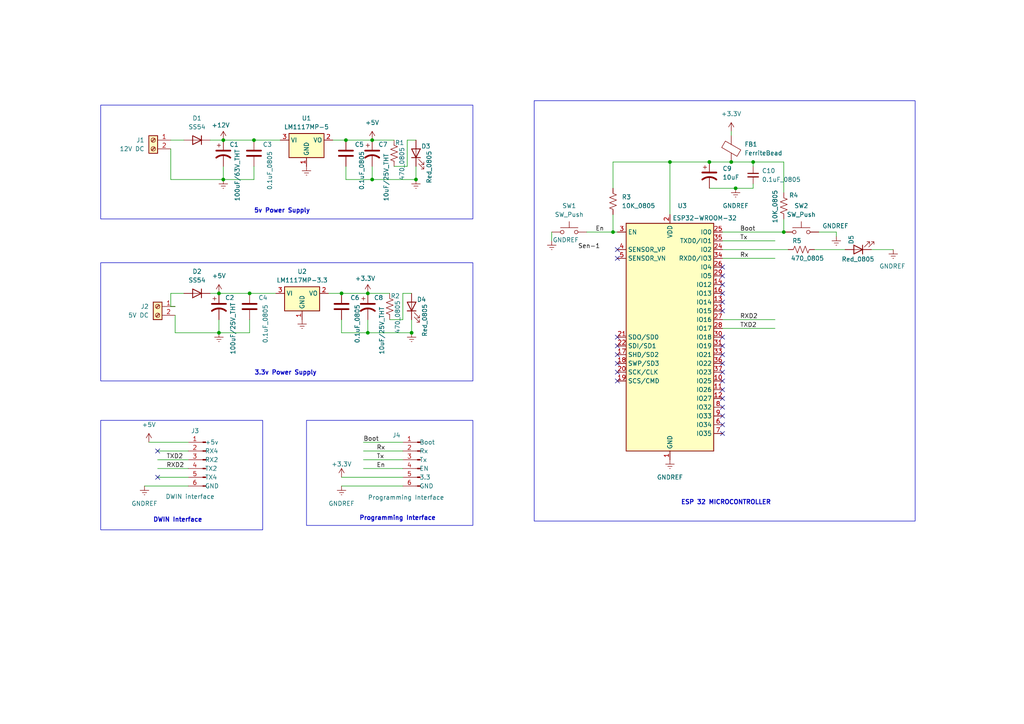
<source format=kicad_sch>
(kicad_sch
	(version 20231120)
	(generator "eeschema")
	(generator_version "8.0")
	(uuid "80d04acc-b926-4c33-af30-e73875a535cc")
	(paper "A4")
	(title_block
		(title "Smart Savour")
		(date "2025-02-16")
		(rev "1.0")
		(company "Iot Product Development")
		(comment 1 "Pravin B         ( 73772213172 ) - III_ECE_B")
		(comment 2 "Bavanandhika S  ( 73772213109 ) - III_ECE_A")
		(comment 3 "Batch number : 02")
	)
	(lib_symbols
		(symbol "+5V_1"
			(power)
			(pin_numbers hide)
			(pin_names
				(offset 0) hide)
			(exclude_from_sim no)
			(in_bom yes)
			(on_board yes)
			(property "Reference" "#PWR"
				(at 0 -3.81 0)
				(effects
					(font
						(size 1.27 1.27)
					)
					(hide yes)
				)
			)
			(property "Value" "+5V"
				(at 0 3.556 0)
				(effects
					(font
						(size 1.27 1.27)
					)
				)
			)
			(property "Footprint" ""
				(at 0 0 0)
				(effects
					(font
						(size 1.27 1.27)
					)
					(hide yes)
				)
			)
			(property "Datasheet" ""
				(at 0 0 0)
				(effects
					(font
						(size 1.27 1.27)
					)
					(hide yes)
				)
			)
			(property "Description" "Power symbol creates a global label with name \"+5V\""
				(at 0 0 0)
				(effects
					(font
						(size 1.27 1.27)
					)
					(hide yes)
				)
			)
			(property "ki_keywords" "global power"
				(at 0 0 0)
				(effects
					(font
						(size 1.27 1.27)
					)
					(hide yes)
				)
			)
			(symbol "+5V_1_0_1"
				(polyline
					(pts
						(xy -0.762 1.27) (xy 0 2.54)
					)
					(stroke
						(width 0)
						(type default)
					)
					(fill
						(type none)
					)
				)
				(polyline
					(pts
						(xy 0 0) (xy 0 2.54)
					)
					(stroke
						(width 0)
						(type default)
					)
					(fill
						(type none)
					)
				)
				(polyline
					(pts
						(xy 0 2.54) (xy 0.762 1.27)
					)
					(stroke
						(width 0)
						(type default)
					)
					(fill
						(type none)
					)
				)
			)
			(symbol "+5V_1_1_1"
				(pin power_in line
					(at 0 0 90)
					(length 0)
					(name "~"
						(effects
							(font
								(size 1.27 1.27)
							)
						)
					)
					(number "1"
						(effects
							(font
								(size 1.27 1.27)
							)
						)
					)
				)
			)
		)
		(symbol "Conn_01x06_Pin_1"
			(pin_names
				(offset 1.016)
			)
			(exclude_from_sim no)
			(in_bom yes)
			(on_board yes)
			(property "Reference" "J?"
				(at 4.318 8.382 0)
				(effects
					(font
						(size 1.27 1.27)
					)
					(justify right)
				)
			)
			(property "Value" "Prog."
				(at 4.064 -9.652 0)
				(effects
					(font
						(size 1.27 1.27)
					)
					(justify right)
				)
			)
			(property "Footprint" ""
				(at 0 0 0)
				(effects
					(font
						(size 1.27 1.27)
					)
					(hide yes)
				)
			)
			(property "Datasheet" "  "
				(at 0 0 0)
				(effects
					(font
						(size 1.27 1.27)
					)
					(hide yes)
				)
			)
			(property "Description" ""
				(at 0 0 0)
				(effects
					(font
						(size 1.27 1.27)
					)
					(hide yes)
				)
			)
			(property "ki_locked" ""
				(at 0 0 0)
				(effects
					(font
						(size 1.27 1.27)
					)
				)
			)
			(property "ki_keywords" "connector"
				(at 0 0 0)
				(effects
					(font
						(size 1.27 1.27)
					)
					(hide yes)
				)
			)
			(property "ki_fp_filters" "Connector*:*_1x??_*"
				(at 0 0 0)
				(effects
					(font
						(size 1.27 1.27)
					)
					(hide yes)
				)
			)
			(symbol "Conn_01x06_Pin_1_1_1"
				(rectangle
					(start -2.9464 -6.223)
					(end -3.81 -6.477)
					(stroke
						(width 0.1524)
						(type default)
					)
					(fill
						(type outline)
					)
				)
				(rectangle
					(start -2.9464 -3.683)
					(end -3.81 -3.937)
					(stroke
						(width 0.1524)
						(type default)
					)
					(fill
						(type outline)
					)
				)
				(rectangle
					(start -2.9464 -1.143)
					(end -3.81 -1.397)
					(stroke
						(width 0.1524)
						(type default)
					)
					(fill
						(type outline)
					)
				)
				(rectangle
					(start -2.9464 1.397)
					(end -3.81 1.143)
					(stroke
						(width 0.1524)
						(type default)
					)
					(fill
						(type outline)
					)
				)
				(rectangle
					(start -2.9464 3.937)
					(end -3.81 3.683)
					(stroke
						(width 0.1524)
						(type default)
					)
					(fill
						(type outline)
					)
				)
				(rectangle
					(start -2.9464 6.477)
					(end -3.81 6.223)
					(stroke
						(width 0.1524)
						(type default)
					)
					(fill
						(type outline)
					)
				)
				(polyline
					(pts
						(xy -2.54 -6.35) (xy -2.9464 -6.35)
					)
					(stroke
						(width 0.1524)
						(type default)
					)
					(fill
						(type none)
					)
				)
				(polyline
					(pts
						(xy -2.54 -3.81) (xy -2.9464 -3.81)
					)
					(stroke
						(width 0.1524)
						(type default)
					)
					(fill
						(type none)
					)
				)
				(polyline
					(pts
						(xy -2.54 -1.27) (xy -2.9464 -1.27)
					)
					(stroke
						(width 0.1524)
						(type default)
					)
					(fill
						(type none)
					)
				)
				(polyline
					(pts
						(xy -2.54 1.27) (xy -2.9464 1.27)
					)
					(stroke
						(width 0.1524)
						(type default)
					)
					(fill
						(type none)
					)
				)
				(polyline
					(pts
						(xy -2.54 3.81) (xy -2.9464 3.81)
					)
					(stroke
						(width 0.1524)
						(type default)
					)
					(fill
						(type none)
					)
				)
				(polyline
					(pts
						(xy -2.54 6.35) (xy -2.9464 6.35)
					)
					(stroke
						(width 0.1524)
						(type default)
					)
					(fill
						(type none)
					)
				)
				(pin passive line
					(at 1.27 6.35 180)
					(length 3.81)
					(name "Boot"
						(effects
							(font
								(size 1.27 1.27)
							)
						)
					)
					(number "1"
						(effects
							(font
								(size 1.27 1.27)
							)
						)
					)
				)
				(pin passive line
					(at 1.27 3.81 180)
					(length 3.81)
					(name "Rx"
						(effects
							(font
								(size 1.27 1.27)
							)
						)
					)
					(number "2"
						(effects
							(font
								(size 1.27 1.27)
							)
						)
					)
				)
				(pin passive line
					(at 1.27 1.27 180)
					(length 3.81)
					(name "Tx"
						(effects
							(font
								(size 1.27 1.27)
							)
						)
					)
					(number "3"
						(effects
							(font
								(size 1.27 1.27)
							)
						)
					)
				)
				(pin passive line
					(at 1.27 -1.27 180)
					(length 3.81)
					(name "EN"
						(effects
							(font
								(size 1.27 1.27)
							)
						)
					)
					(number "4"
						(effects
							(font
								(size 1.27 1.27)
							)
						)
					)
				)
				(pin passive line
					(at 1.27 -3.81 180)
					(length 3.81)
					(name "3.3"
						(effects
							(font
								(size 1.27 1.27)
							)
						)
					)
					(number "5"
						(effects
							(font
								(size 1.27 1.27)
							)
						)
					)
				)
				(pin passive line
					(at 1.27 -6.35 180)
					(length 3.81)
					(name "GND"
						(effects
							(font
								(size 1.27 1.27)
							)
						)
					)
					(number "6"
						(effects
							(font
								(size 1.27 1.27)
							)
						)
					)
				)
			)
		)
		(symbol "Connector:Conn_01x06_Pin"
			(pin_names
				(offset 1.016)
			)
			(exclude_from_sim no)
			(in_bom yes)
			(on_board yes)
			(property "Reference" "J3"
				(at 0.508 9.652 0)
				(effects
					(font
						(size 1.27 1.27)
					)
					(justify right)
				)
			)
			(property "Value" "DWIN interface"
				(at 7.874 -9.398 0)
				(effects
					(font
						(size 1.27 1.27)
					)
					(justify right)
				)
			)
			(property "Footprint" "Connector_PinHeader_2.54mm:PinHeader_1x06_P2.54mm_Vertical"
				(at 0.254 -12.192 0)
				(effects
					(font
						(size 1.27 1.27)
					)
					(hide yes)
				)
			)
			(property "Datasheet" "~"
				(at -3.81 1.27 0)
				(effects
					(font
						(size 1.27 1.27)
					)
					(hide yes)
				)
			)
			(property "Description" ""
				(at -3.81 1.27 0)
				(effects
					(font
						(size 1.27 1.27)
					)
					(hide yes)
				)
			)
			(property "ki_locked" ""
				(at 0 0 0)
				(effects
					(font
						(size 1.27 1.27)
					)
				)
			)
			(property "ki_keywords" "connector"
				(at 0 0 0)
				(effects
					(font
						(size 1.27 1.27)
					)
					(hide yes)
				)
			)
			(property "ki_fp_filters" "Connector*:*_1x??_*"
				(at 0 0 0)
				(effects
					(font
						(size 1.27 1.27)
					)
					(hide yes)
				)
			)
			(symbol "Conn_01x06_Pin_1_1"
				(rectangle
					(start -2.9464 -6.223)
					(end -3.81 -6.477)
					(stroke
						(width 0.1524)
						(type default)
					)
					(fill
						(type outline)
					)
				)
				(rectangle
					(start -2.9464 -3.683)
					(end -3.81 -3.937)
					(stroke
						(width 0.1524)
						(type default)
					)
					(fill
						(type outline)
					)
				)
				(rectangle
					(start -2.9464 -1.143)
					(end -3.81 -1.397)
					(stroke
						(width 0.1524)
						(type default)
					)
					(fill
						(type outline)
					)
				)
				(rectangle
					(start -2.9464 1.397)
					(end -3.81 1.143)
					(stroke
						(width 0.1524)
						(type default)
					)
					(fill
						(type outline)
					)
				)
				(rectangle
					(start -2.9464 3.937)
					(end -3.81 3.683)
					(stroke
						(width 0.1524)
						(type default)
					)
					(fill
						(type outline)
					)
				)
				(rectangle
					(start -2.9464 6.477)
					(end -3.81 6.223)
					(stroke
						(width 0.1524)
						(type default)
					)
					(fill
						(type outline)
					)
				)
				(polyline
					(pts
						(xy -2.54 -6.35) (xy -2.9464 -6.35)
					)
					(stroke
						(width 0.1524)
						(type default)
					)
					(fill
						(type none)
					)
				)
				(polyline
					(pts
						(xy -2.54 -3.81) (xy -2.9464 -3.81)
					)
					(stroke
						(width 0.1524)
						(type default)
					)
					(fill
						(type none)
					)
				)
				(polyline
					(pts
						(xy -2.54 -1.27) (xy -2.9464 -1.27)
					)
					(stroke
						(width 0.1524)
						(type default)
					)
					(fill
						(type none)
					)
				)
				(polyline
					(pts
						(xy -2.54 1.27) (xy -2.9464 1.27)
					)
					(stroke
						(width 0.1524)
						(type default)
					)
					(fill
						(type none)
					)
				)
				(polyline
					(pts
						(xy -2.54 3.81) (xy -2.9464 3.81)
					)
					(stroke
						(width 0.1524)
						(type default)
					)
					(fill
						(type none)
					)
				)
				(polyline
					(pts
						(xy -2.54 6.35) (xy -2.9464 6.35)
					)
					(stroke
						(width 0.1524)
						(type default)
					)
					(fill
						(type none)
					)
				)
				(pin passive line
					(at 1.27 6.35 180)
					(length 3.81)
					(name "+5v"
						(effects
							(font
								(size 1.27 1.27)
							)
						)
					)
					(number "1"
						(effects
							(font
								(size 1.27 1.27)
							)
						)
					)
				)
				(pin passive line
					(at 1.27 3.81 180)
					(length 3.81)
					(name "RX4"
						(effects
							(font
								(size 1.27 1.27)
							)
						)
					)
					(number "2"
						(effects
							(font
								(size 1.27 1.27)
							)
						)
					)
				)
				(pin passive line
					(at 1.27 1.27 180)
					(length 3.81)
					(name "RX2"
						(effects
							(font
								(size 1.27 1.27)
							)
						)
					)
					(number "3"
						(effects
							(font
								(size 1.27 1.27)
							)
						)
					)
				)
				(pin passive line
					(at 1.27 -1.27 180)
					(length 3.81)
					(name "TX2"
						(effects
							(font
								(size 1.27 1.27)
							)
						)
					)
					(number "4"
						(effects
							(font
								(size 1.27 1.27)
							)
						)
					)
				)
				(pin passive line
					(at 1.27 -3.81 180)
					(length 3.81)
					(name "TX4"
						(effects
							(font
								(size 1.27 1.27)
							)
						)
					)
					(number "5"
						(effects
							(font
								(size 1.27 1.27)
							)
						)
					)
				)
				(pin passive line
					(at 1.27 -6.35 180)
					(length 3.81)
					(name "GND"
						(effects
							(font
								(size 1.27 1.27)
							)
						)
					)
					(number "6"
						(effects
							(font
								(size 1.27 1.27)
							)
						)
					)
				)
			)
		)
		(symbol "Connector:Screw_Terminal_01x02"
			(pin_names
				(offset 1.016) hide)
			(exclude_from_sim no)
			(in_bom yes)
			(on_board yes)
			(property "Reference" "J"
				(at 0 2.54 0)
				(effects
					(font
						(size 1.27 1.27)
					)
				)
			)
			(property "Value" "Screw_Terminal_01x02"
				(at 0 -5.08 0)
				(effects
					(font
						(size 1.27 1.27)
					)
				)
			)
			(property "Footprint" ""
				(at 0 0 0)
				(effects
					(font
						(size 1.27 1.27)
					)
					(hide yes)
				)
			)
			(property "Datasheet" "~"
				(at 0 0 0)
				(effects
					(font
						(size 1.27 1.27)
					)
					(hide yes)
				)
			)
			(property "Description" "Generic screw terminal, single row, 01x02, script generated (kicad-library-utils/schlib/autogen/connector/)"
				(at 0 0 0)
				(effects
					(font
						(size 1.27 1.27)
					)
					(hide yes)
				)
			)
			(property "ki_keywords" "screw terminal"
				(at 0 0 0)
				(effects
					(font
						(size 1.27 1.27)
					)
					(hide yes)
				)
			)
			(property "ki_fp_filters" "TerminalBlock*:*"
				(at 0 0 0)
				(effects
					(font
						(size 1.27 1.27)
					)
					(hide yes)
				)
			)
			(symbol "Screw_Terminal_01x02_1_1"
				(rectangle
					(start -1.27 1.27)
					(end 1.27 -3.81)
					(stroke
						(width 0.254)
						(type default)
					)
					(fill
						(type background)
					)
				)
				(circle
					(center 0 -2.54)
					(radius 0.635)
					(stroke
						(width 0.1524)
						(type default)
					)
					(fill
						(type none)
					)
				)
				(polyline
					(pts
						(xy -0.5334 -2.2098) (xy 0.3302 -3.048)
					)
					(stroke
						(width 0.1524)
						(type default)
					)
					(fill
						(type none)
					)
				)
				(polyline
					(pts
						(xy -0.5334 0.3302) (xy 0.3302 -0.508)
					)
					(stroke
						(width 0.1524)
						(type default)
					)
					(fill
						(type none)
					)
				)
				(polyline
					(pts
						(xy -0.3556 -2.032) (xy 0.508 -2.8702)
					)
					(stroke
						(width 0.1524)
						(type default)
					)
					(fill
						(type none)
					)
				)
				(polyline
					(pts
						(xy -0.3556 0.508) (xy 0.508 -0.3302)
					)
					(stroke
						(width 0.1524)
						(type default)
					)
					(fill
						(type none)
					)
				)
				(circle
					(center 0 0)
					(radius 0.635)
					(stroke
						(width 0.1524)
						(type default)
					)
					(fill
						(type none)
					)
				)
				(pin passive line
					(at -5.08 0 0)
					(length 3.81)
					(name "Pin_1"
						(effects
							(font
								(size 1.27 1.27)
							)
						)
					)
					(number "1"
						(effects
							(font
								(size 1.27 1.27)
							)
						)
					)
				)
				(pin passive line
					(at -5.08 -2.54 0)
					(length 3.81)
					(name "Pin_2"
						(effects
							(font
								(size 1.27 1.27)
							)
						)
					)
					(number "2"
						(effects
							(font
								(size 1.27 1.27)
							)
						)
					)
				)
			)
		)
		(symbol "Device:C"
			(pin_numbers hide)
			(pin_names
				(offset 0.254)
			)
			(exclude_from_sim no)
			(in_bom yes)
			(on_board yes)
			(property "Reference" "C"
				(at 0.635 2.54 0)
				(effects
					(font
						(size 1.27 1.27)
					)
					(justify left)
				)
			)
			(property "Value" "C"
				(at 0.635 -2.54 0)
				(effects
					(font
						(size 1.27 1.27)
					)
					(justify left)
				)
			)
			(property "Footprint" ""
				(at 0.9652 -3.81 0)
				(effects
					(font
						(size 1.27 1.27)
					)
					(hide yes)
				)
			)
			(property "Datasheet" "~"
				(at 0 0 0)
				(effects
					(font
						(size 1.27 1.27)
					)
					(hide yes)
				)
			)
			(property "Description" "Unpolarized capacitor"
				(at 0 0 0)
				(effects
					(font
						(size 1.27 1.27)
					)
					(hide yes)
				)
			)
			(property "ki_keywords" "cap capacitor"
				(at 0 0 0)
				(effects
					(font
						(size 1.27 1.27)
					)
					(hide yes)
				)
			)
			(property "ki_fp_filters" "C_*"
				(at 0 0 0)
				(effects
					(font
						(size 1.27 1.27)
					)
					(hide yes)
				)
			)
			(symbol "C_0_1"
				(polyline
					(pts
						(xy -2.032 -0.762) (xy 2.032 -0.762)
					)
					(stroke
						(width 0.508)
						(type default)
					)
					(fill
						(type none)
					)
				)
				(polyline
					(pts
						(xy -2.032 0.762) (xy 2.032 0.762)
					)
					(stroke
						(width 0.508)
						(type default)
					)
					(fill
						(type none)
					)
				)
			)
			(symbol "C_1_1"
				(pin passive line
					(at 0 3.81 270)
					(length 2.794)
					(name "~"
						(effects
							(font
								(size 1.27 1.27)
							)
						)
					)
					(number "1"
						(effects
							(font
								(size 1.27 1.27)
							)
						)
					)
				)
				(pin passive line
					(at 0 -3.81 90)
					(length 2.794)
					(name "~"
						(effects
							(font
								(size 1.27 1.27)
							)
						)
					)
					(number "2"
						(effects
							(font
								(size 1.27 1.27)
							)
						)
					)
				)
			)
		)
		(symbol "Device:C_Polarized_US"
			(pin_numbers hide)
			(pin_names
				(offset 0.254) hide)
			(exclude_from_sim no)
			(in_bom yes)
			(on_board yes)
			(property "Reference" "C"
				(at 0.635 2.54 0)
				(effects
					(font
						(size 1.27 1.27)
					)
					(justify left)
				)
			)
			(property "Value" "C_Polarized_US"
				(at 0.635 -2.54 0)
				(effects
					(font
						(size 1.27 1.27)
					)
					(justify left)
				)
			)
			(property "Footprint" ""
				(at 0 0 0)
				(effects
					(font
						(size 1.27 1.27)
					)
					(hide yes)
				)
			)
			(property "Datasheet" "~"
				(at 0 0 0)
				(effects
					(font
						(size 1.27 1.27)
					)
					(hide yes)
				)
			)
			(property "Description" "Polarized capacitor, US symbol"
				(at 0 0 0)
				(effects
					(font
						(size 1.27 1.27)
					)
					(hide yes)
				)
			)
			(property "ki_keywords" "cap capacitor"
				(at 0 0 0)
				(effects
					(font
						(size 1.27 1.27)
					)
					(hide yes)
				)
			)
			(property "ki_fp_filters" "CP_*"
				(at 0 0 0)
				(effects
					(font
						(size 1.27 1.27)
					)
					(hide yes)
				)
			)
			(symbol "C_Polarized_US_0_1"
				(polyline
					(pts
						(xy -2.032 0.762) (xy 2.032 0.762)
					)
					(stroke
						(width 0.508)
						(type default)
					)
					(fill
						(type none)
					)
				)
				(polyline
					(pts
						(xy -1.778 2.286) (xy -0.762 2.286)
					)
					(stroke
						(width 0)
						(type default)
					)
					(fill
						(type none)
					)
				)
				(polyline
					(pts
						(xy -1.27 1.778) (xy -1.27 2.794)
					)
					(stroke
						(width 0)
						(type default)
					)
					(fill
						(type none)
					)
				)
				(arc
					(start 2.032 -1.27)
					(mid 0 -0.5572)
					(end -2.032 -1.27)
					(stroke
						(width 0.508)
						(type default)
					)
					(fill
						(type none)
					)
				)
			)
			(symbol "C_Polarized_US_1_1"
				(pin passive line
					(at 0 3.81 270)
					(length 2.794)
					(name "~"
						(effects
							(font
								(size 1.27 1.27)
							)
						)
					)
					(number "1"
						(effects
							(font
								(size 1.27 1.27)
							)
						)
					)
				)
				(pin passive line
					(at 0 -3.81 90)
					(length 3.302)
					(name "~"
						(effects
							(font
								(size 1.27 1.27)
							)
						)
					)
					(number "2"
						(effects
							(font
								(size 1.27 1.27)
							)
						)
					)
				)
			)
		)
		(symbol "Device:C_Small"
			(pin_numbers hide)
			(pin_names
				(offset 0.254) hide)
			(exclude_from_sim no)
			(in_bom yes)
			(on_board yes)
			(property "Reference" "C"
				(at 0.254 1.778 0)
				(effects
					(font
						(size 1.27 1.27)
					)
					(justify left)
				)
			)
			(property "Value" "C_Small"
				(at 0.254 -2.032 0)
				(effects
					(font
						(size 1.27 1.27)
					)
					(justify left)
				)
			)
			(property "Footprint" ""
				(at 0 0 0)
				(effects
					(font
						(size 1.27 1.27)
					)
					(hide yes)
				)
			)
			(property "Datasheet" "~"
				(at 0 0 0)
				(effects
					(font
						(size 1.27 1.27)
					)
					(hide yes)
				)
			)
			(property "Description" "Unpolarized capacitor, small symbol"
				(at 0 0 0)
				(effects
					(font
						(size 1.27 1.27)
					)
					(hide yes)
				)
			)
			(property "ki_keywords" "capacitor cap"
				(at 0 0 0)
				(effects
					(font
						(size 1.27 1.27)
					)
					(hide yes)
				)
			)
			(property "ki_fp_filters" "C_*"
				(at 0 0 0)
				(effects
					(font
						(size 1.27 1.27)
					)
					(hide yes)
				)
			)
			(symbol "C_Small_0_1"
				(polyline
					(pts
						(xy -1.524 -0.508) (xy 1.524 -0.508)
					)
					(stroke
						(width 0.3302)
						(type default)
					)
					(fill
						(type none)
					)
				)
				(polyline
					(pts
						(xy -1.524 0.508) (xy 1.524 0.508)
					)
					(stroke
						(width 0.3048)
						(type default)
					)
					(fill
						(type none)
					)
				)
			)
			(symbol "C_Small_1_1"
				(pin passive line
					(at 0 2.54 270)
					(length 2.032)
					(name "~"
						(effects
							(font
								(size 1.27 1.27)
							)
						)
					)
					(number "1"
						(effects
							(font
								(size 1.27 1.27)
							)
						)
					)
				)
				(pin passive line
					(at 0 -2.54 90)
					(length 2.032)
					(name "~"
						(effects
							(font
								(size 1.27 1.27)
							)
						)
					)
					(number "2"
						(effects
							(font
								(size 1.27 1.27)
							)
						)
					)
				)
			)
		)
		(symbol "Device:D"
			(pin_numbers hide)
			(pin_names
				(offset 1.016) hide)
			(exclude_from_sim no)
			(in_bom yes)
			(on_board yes)
			(property "Reference" "D"
				(at 0 2.54 0)
				(effects
					(font
						(size 1.27 1.27)
					)
				)
			)
			(property "Value" "D"
				(at 0 -2.54 0)
				(effects
					(font
						(size 1.27 1.27)
					)
				)
			)
			(property "Footprint" ""
				(at 0 0 0)
				(effects
					(font
						(size 1.27 1.27)
					)
					(hide yes)
				)
			)
			(property "Datasheet" "~"
				(at 0 0 0)
				(effects
					(font
						(size 1.27 1.27)
					)
					(hide yes)
				)
			)
			(property "Description" "Diode"
				(at 0 0 0)
				(effects
					(font
						(size 1.27 1.27)
					)
					(hide yes)
				)
			)
			(property "Sim.Device" "D"
				(at 0 0 0)
				(effects
					(font
						(size 1.27 1.27)
					)
					(hide yes)
				)
			)
			(property "Sim.Pins" "1=K 2=A"
				(at 0 0 0)
				(effects
					(font
						(size 1.27 1.27)
					)
					(hide yes)
				)
			)
			(property "ki_keywords" "diode"
				(at 0 0 0)
				(effects
					(font
						(size 1.27 1.27)
					)
					(hide yes)
				)
			)
			(property "ki_fp_filters" "TO-???* *_Diode_* *SingleDiode* D_*"
				(at 0 0 0)
				(effects
					(font
						(size 1.27 1.27)
					)
					(hide yes)
				)
			)
			(symbol "D_0_1"
				(polyline
					(pts
						(xy -1.27 1.27) (xy -1.27 -1.27)
					)
					(stroke
						(width 0.254)
						(type default)
					)
					(fill
						(type none)
					)
				)
				(polyline
					(pts
						(xy 1.27 0) (xy -1.27 0)
					)
					(stroke
						(width 0)
						(type default)
					)
					(fill
						(type none)
					)
				)
				(polyline
					(pts
						(xy 1.27 1.27) (xy 1.27 -1.27) (xy -1.27 0) (xy 1.27 1.27)
					)
					(stroke
						(width 0.254)
						(type default)
					)
					(fill
						(type none)
					)
				)
			)
			(symbol "D_1_1"
				(pin passive line
					(at -3.81 0 0)
					(length 2.54)
					(name "K"
						(effects
							(font
								(size 1.27 1.27)
							)
						)
					)
					(number "1"
						(effects
							(font
								(size 1.27 1.27)
							)
						)
					)
				)
				(pin passive line
					(at 3.81 0 180)
					(length 2.54)
					(name "A"
						(effects
							(font
								(size 1.27 1.27)
							)
						)
					)
					(number "2"
						(effects
							(font
								(size 1.27 1.27)
							)
						)
					)
				)
			)
		)
		(symbol "Device:FerriteBead"
			(pin_numbers hide)
			(pin_names
				(offset 0)
			)
			(exclude_from_sim no)
			(in_bom yes)
			(on_board yes)
			(property "Reference" "FB"
				(at -3.81 0.635 90)
				(effects
					(font
						(size 1.27 1.27)
					)
				)
			)
			(property "Value" "FerriteBead"
				(at 3.81 0 90)
				(effects
					(font
						(size 1.27 1.27)
					)
				)
			)
			(property "Footprint" ""
				(at -1.778 0 90)
				(effects
					(font
						(size 1.27 1.27)
					)
					(hide yes)
				)
			)
			(property "Datasheet" "~"
				(at 0 0 0)
				(effects
					(font
						(size 1.27 1.27)
					)
					(hide yes)
				)
			)
			(property "Description" "Ferrite bead"
				(at 0 0 0)
				(effects
					(font
						(size 1.27 1.27)
					)
					(hide yes)
				)
			)
			(property "ki_keywords" "L ferrite bead inductor filter"
				(at 0 0 0)
				(effects
					(font
						(size 1.27 1.27)
					)
					(hide yes)
				)
			)
			(property "ki_fp_filters" "Inductor_* L_* *Ferrite*"
				(at 0 0 0)
				(effects
					(font
						(size 1.27 1.27)
					)
					(hide yes)
				)
			)
			(symbol "FerriteBead_0_1"
				(polyline
					(pts
						(xy 0 -1.27) (xy 0 -1.2192)
					)
					(stroke
						(width 0)
						(type default)
					)
					(fill
						(type none)
					)
				)
				(polyline
					(pts
						(xy 0 1.27) (xy 0 1.2954)
					)
					(stroke
						(width 0)
						(type default)
					)
					(fill
						(type none)
					)
				)
				(polyline
					(pts
						(xy -2.7686 0.4064) (xy -1.7018 2.2606) (xy 2.7686 -0.3048) (xy 1.6764 -2.159) (xy -2.7686 0.4064)
					)
					(stroke
						(width 0)
						(type default)
					)
					(fill
						(type none)
					)
				)
			)
			(symbol "FerriteBead_1_1"
				(pin passive line
					(at 0 3.81 270)
					(length 2.54)
					(name "~"
						(effects
							(font
								(size 1.27 1.27)
							)
						)
					)
					(number "1"
						(effects
							(font
								(size 1.27 1.27)
							)
						)
					)
				)
				(pin passive line
					(at 0 -3.81 90)
					(length 2.54)
					(name "~"
						(effects
							(font
								(size 1.27 1.27)
							)
						)
					)
					(number "2"
						(effects
							(font
								(size 1.27 1.27)
							)
						)
					)
				)
			)
		)
		(symbol "Device:LED"
			(pin_numbers hide)
			(pin_names
				(offset 1.016) hide)
			(exclude_from_sim no)
			(in_bom yes)
			(on_board yes)
			(property "Reference" "D"
				(at 0 2.54 0)
				(effects
					(font
						(size 1.27 1.27)
					)
				)
			)
			(property "Value" "LED"
				(at 0 -2.54 0)
				(effects
					(font
						(size 1.27 1.27)
					)
				)
			)
			(property "Footprint" ""
				(at 0 0 0)
				(effects
					(font
						(size 1.27 1.27)
					)
					(hide yes)
				)
			)
			(property "Datasheet" "~"
				(at 0 0 0)
				(effects
					(font
						(size 1.27 1.27)
					)
					(hide yes)
				)
			)
			(property "Description" "Light emitting diode"
				(at 0 0 0)
				(effects
					(font
						(size 1.27 1.27)
					)
					(hide yes)
				)
			)
			(property "ki_keywords" "LED diode"
				(at 0 0 0)
				(effects
					(font
						(size 1.27 1.27)
					)
					(hide yes)
				)
			)
			(property "ki_fp_filters" "LED* LED_SMD:* LED_THT:*"
				(at 0 0 0)
				(effects
					(font
						(size 1.27 1.27)
					)
					(hide yes)
				)
			)
			(symbol "LED_0_1"
				(polyline
					(pts
						(xy -1.27 -1.27) (xy -1.27 1.27)
					)
					(stroke
						(width 0.254)
						(type default)
					)
					(fill
						(type none)
					)
				)
				(polyline
					(pts
						(xy -1.27 0) (xy 1.27 0)
					)
					(stroke
						(width 0)
						(type default)
					)
					(fill
						(type none)
					)
				)
				(polyline
					(pts
						(xy 1.27 -1.27) (xy 1.27 1.27) (xy -1.27 0) (xy 1.27 -1.27)
					)
					(stroke
						(width 0.254)
						(type default)
					)
					(fill
						(type none)
					)
				)
				(polyline
					(pts
						(xy -3.048 -0.762) (xy -4.572 -2.286) (xy -3.81 -2.286) (xy -4.572 -2.286) (xy -4.572 -1.524)
					)
					(stroke
						(width 0)
						(type default)
					)
					(fill
						(type none)
					)
				)
				(polyline
					(pts
						(xy -1.778 -0.762) (xy -3.302 -2.286) (xy -2.54 -2.286) (xy -3.302 -2.286) (xy -3.302 -1.524)
					)
					(stroke
						(width 0)
						(type default)
					)
					(fill
						(type none)
					)
				)
			)
			(symbol "LED_1_1"
				(pin passive line
					(at -3.81 0 0)
					(length 2.54)
					(name "K"
						(effects
							(font
								(size 1.27 1.27)
							)
						)
					)
					(number "1"
						(effects
							(font
								(size 1.27 1.27)
							)
						)
					)
				)
				(pin passive line
					(at 3.81 0 180)
					(length 2.54)
					(name "A"
						(effects
							(font
								(size 1.27 1.27)
							)
						)
					)
					(number "2"
						(effects
							(font
								(size 1.27 1.27)
							)
						)
					)
				)
			)
		)
		(symbol "Device:R_US"
			(pin_numbers hide)
			(pin_names
				(offset 0)
			)
			(exclude_from_sim no)
			(in_bom yes)
			(on_board yes)
			(property "Reference" "R"
				(at 2.54 0 90)
				(effects
					(font
						(size 1.27 1.27)
					)
				)
			)
			(property "Value" "R_US"
				(at -2.54 0 90)
				(effects
					(font
						(size 1.27 1.27)
					)
				)
			)
			(property "Footprint" ""
				(at 1.016 -0.254 90)
				(effects
					(font
						(size 1.27 1.27)
					)
					(hide yes)
				)
			)
			(property "Datasheet" "~"
				(at 0 0 0)
				(effects
					(font
						(size 1.27 1.27)
					)
					(hide yes)
				)
			)
			(property "Description" "Resistor, US symbol"
				(at 0 0 0)
				(effects
					(font
						(size 1.27 1.27)
					)
					(hide yes)
				)
			)
			(property "ki_keywords" "R res resistor"
				(at 0 0 0)
				(effects
					(font
						(size 1.27 1.27)
					)
					(hide yes)
				)
			)
			(property "ki_fp_filters" "R_*"
				(at 0 0 0)
				(effects
					(font
						(size 1.27 1.27)
					)
					(hide yes)
				)
			)
			(symbol "R_US_0_1"
				(polyline
					(pts
						(xy 0 -2.286) (xy 0 -2.54)
					)
					(stroke
						(width 0)
						(type default)
					)
					(fill
						(type none)
					)
				)
				(polyline
					(pts
						(xy 0 2.286) (xy 0 2.54)
					)
					(stroke
						(width 0)
						(type default)
					)
					(fill
						(type none)
					)
				)
				(polyline
					(pts
						(xy 0 -0.762) (xy 1.016 -1.143) (xy 0 -1.524) (xy -1.016 -1.905) (xy 0 -2.286)
					)
					(stroke
						(width 0)
						(type default)
					)
					(fill
						(type none)
					)
				)
				(polyline
					(pts
						(xy 0 0.762) (xy 1.016 0.381) (xy 0 0) (xy -1.016 -0.381) (xy 0 -0.762)
					)
					(stroke
						(width 0)
						(type default)
					)
					(fill
						(type none)
					)
				)
				(polyline
					(pts
						(xy 0 2.286) (xy 1.016 1.905) (xy 0 1.524) (xy -1.016 1.143) (xy 0 0.762)
					)
					(stroke
						(width 0)
						(type default)
					)
					(fill
						(type none)
					)
				)
			)
			(symbol "R_US_1_1"
				(pin passive line
					(at 0 3.81 270)
					(length 1.27)
					(name "~"
						(effects
							(font
								(size 1.27 1.27)
							)
						)
					)
					(number "1"
						(effects
							(font
								(size 1.27 1.27)
							)
						)
					)
				)
				(pin passive line
					(at 0 -3.81 90)
					(length 1.27)
					(name "~"
						(effects
							(font
								(size 1.27 1.27)
							)
						)
					)
					(number "2"
						(effects
							(font
								(size 1.27 1.27)
							)
						)
					)
				)
			)
		)
		(symbol "RF_Module:ESP32-WROOM-32"
			(exclude_from_sim no)
			(in_bom yes)
			(on_board yes)
			(property "Reference" "U"
				(at -12.7 34.29 0)
				(effects
					(font
						(size 1.27 1.27)
					)
					(justify left)
				)
			)
			(property "Value" "ESP32-WROOM-32"
				(at 1.27 34.29 0)
				(effects
					(font
						(size 1.27 1.27)
					)
					(justify left)
				)
			)
			(property "Footprint" "RF_Module:ESP32-WROOM-32"
				(at 0 -38.1 0)
				(effects
					(font
						(size 1.27 1.27)
					)
					(hide yes)
				)
			)
			(property "Datasheet" "https://www.espressif.com/sites/default/files/documentation/esp32-wroom-32_datasheet_en.pdf"
				(at -7.62 1.27 0)
				(effects
					(font
						(size 1.27 1.27)
					)
					(hide yes)
				)
			)
			(property "Description" "RF Module, ESP32-D0WDQ6 SoC, Wi-Fi 802.11b/g/n, Bluetooth, BLE, 32-bit, 2.7-3.6V, onboard antenna, SMD"
				(at 0 0 0)
				(effects
					(font
						(size 1.27 1.27)
					)
					(hide yes)
				)
			)
			(property "ki_keywords" "RF Radio BT ESP ESP32 Espressif onboard PCB antenna"
				(at 0 0 0)
				(effects
					(font
						(size 1.27 1.27)
					)
					(hide yes)
				)
			)
			(property "ki_fp_filters" "ESP32?WROOM?32*"
				(at 0 0 0)
				(effects
					(font
						(size 1.27 1.27)
					)
					(hide yes)
				)
			)
			(symbol "ESP32-WROOM-32_0_1"
				(rectangle
					(start -12.7 33.02)
					(end 12.7 -33.02)
					(stroke
						(width 0.254)
						(type default)
					)
					(fill
						(type background)
					)
				)
			)
			(symbol "ESP32-WROOM-32_1_1"
				(pin power_in line
					(at 0 -35.56 90)
					(length 2.54)
					(name "GND"
						(effects
							(font
								(size 1.27 1.27)
							)
						)
					)
					(number "1"
						(effects
							(font
								(size 1.27 1.27)
							)
						)
					)
				)
				(pin bidirectional line
					(at 15.24 -12.7 180)
					(length 2.54)
					(name "IO25"
						(effects
							(font
								(size 1.27 1.27)
							)
						)
					)
					(number "10"
						(effects
							(font
								(size 1.27 1.27)
							)
						)
					)
				)
				(pin bidirectional line
					(at 15.24 -15.24 180)
					(length 2.54)
					(name "IO26"
						(effects
							(font
								(size 1.27 1.27)
							)
						)
					)
					(number "11"
						(effects
							(font
								(size 1.27 1.27)
							)
						)
					)
				)
				(pin bidirectional line
					(at 15.24 -17.78 180)
					(length 2.54)
					(name "IO27"
						(effects
							(font
								(size 1.27 1.27)
							)
						)
					)
					(number "12"
						(effects
							(font
								(size 1.27 1.27)
							)
						)
					)
				)
				(pin bidirectional line
					(at 15.24 10.16 180)
					(length 2.54)
					(name "IO14"
						(effects
							(font
								(size 1.27 1.27)
							)
						)
					)
					(number "13"
						(effects
							(font
								(size 1.27 1.27)
							)
						)
					)
				)
				(pin bidirectional line
					(at 15.24 15.24 180)
					(length 2.54)
					(name "IO12"
						(effects
							(font
								(size 1.27 1.27)
							)
						)
					)
					(number "14"
						(effects
							(font
								(size 1.27 1.27)
							)
						)
					)
				)
				(pin passive line
					(at 0 -35.56 90)
					(length 2.54) hide
					(name "GND"
						(effects
							(font
								(size 1.27 1.27)
							)
						)
					)
					(number "15"
						(effects
							(font
								(size 1.27 1.27)
							)
						)
					)
				)
				(pin bidirectional line
					(at 15.24 12.7 180)
					(length 2.54)
					(name "IO13"
						(effects
							(font
								(size 1.27 1.27)
							)
						)
					)
					(number "16"
						(effects
							(font
								(size 1.27 1.27)
							)
						)
					)
				)
				(pin bidirectional line
					(at -15.24 -5.08 0)
					(length 2.54)
					(name "SHD/SD2"
						(effects
							(font
								(size 1.27 1.27)
							)
						)
					)
					(number "17"
						(effects
							(font
								(size 1.27 1.27)
							)
						)
					)
				)
				(pin bidirectional line
					(at -15.24 -7.62 0)
					(length 2.54)
					(name "SWP/SD3"
						(effects
							(font
								(size 1.27 1.27)
							)
						)
					)
					(number "18"
						(effects
							(font
								(size 1.27 1.27)
							)
						)
					)
				)
				(pin bidirectional line
					(at -15.24 -12.7 0)
					(length 2.54)
					(name "SCS/CMD"
						(effects
							(font
								(size 1.27 1.27)
							)
						)
					)
					(number "19"
						(effects
							(font
								(size 1.27 1.27)
							)
						)
					)
				)
				(pin power_in line
					(at 0 35.56 270)
					(length 2.54)
					(name "VDD"
						(effects
							(font
								(size 1.27 1.27)
							)
						)
					)
					(number "2"
						(effects
							(font
								(size 1.27 1.27)
							)
						)
					)
				)
				(pin bidirectional line
					(at -15.24 -10.16 0)
					(length 2.54)
					(name "SCK/CLK"
						(effects
							(font
								(size 1.27 1.27)
							)
						)
					)
					(number "20"
						(effects
							(font
								(size 1.27 1.27)
							)
						)
					)
				)
				(pin bidirectional line
					(at -15.24 0 0)
					(length 2.54)
					(name "SDO/SD0"
						(effects
							(font
								(size 1.27 1.27)
							)
						)
					)
					(number "21"
						(effects
							(font
								(size 1.27 1.27)
							)
						)
					)
				)
				(pin bidirectional line
					(at -15.24 -2.54 0)
					(length 2.54)
					(name "SDI/SD1"
						(effects
							(font
								(size 1.27 1.27)
							)
						)
					)
					(number "22"
						(effects
							(font
								(size 1.27 1.27)
							)
						)
					)
				)
				(pin bidirectional line
					(at 15.24 7.62 180)
					(length 2.54)
					(name "IO15"
						(effects
							(font
								(size 1.27 1.27)
							)
						)
					)
					(number "23"
						(effects
							(font
								(size 1.27 1.27)
							)
						)
					)
				)
				(pin bidirectional line
					(at 15.24 25.4 180)
					(length 2.54)
					(name "IO2"
						(effects
							(font
								(size 1.27 1.27)
							)
						)
					)
					(number "24"
						(effects
							(font
								(size 1.27 1.27)
							)
						)
					)
				)
				(pin bidirectional line
					(at 15.24 30.48 180)
					(length 2.54)
					(name "IO0"
						(effects
							(font
								(size 1.27 1.27)
							)
						)
					)
					(number "25"
						(effects
							(font
								(size 1.27 1.27)
							)
						)
					)
				)
				(pin bidirectional line
					(at 15.24 20.32 180)
					(length 2.54)
					(name "IO4"
						(effects
							(font
								(size 1.27 1.27)
							)
						)
					)
					(number "26"
						(effects
							(font
								(size 1.27 1.27)
							)
						)
					)
				)
				(pin bidirectional line
					(at 15.24 5.08 180)
					(length 2.54)
					(name "IO16"
						(effects
							(font
								(size 1.27 1.27)
							)
						)
					)
					(number "27"
						(effects
							(font
								(size 1.27 1.27)
							)
						)
					)
				)
				(pin bidirectional line
					(at 15.24 2.54 180)
					(length 2.54)
					(name "IO17"
						(effects
							(font
								(size 1.27 1.27)
							)
						)
					)
					(number "28"
						(effects
							(font
								(size 1.27 1.27)
							)
						)
					)
				)
				(pin bidirectional line
					(at 15.24 17.78 180)
					(length 2.54)
					(name "IO5"
						(effects
							(font
								(size 1.27 1.27)
							)
						)
					)
					(number "29"
						(effects
							(font
								(size 1.27 1.27)
							)
						)
					)
				)
				(pin input line
					(at -15.24 30.48 0)
					(length 2.54)
					(name "EN"
						(effects
							(font
								(size 1.27 1.27)
							)
						)
					)
					(number "3"
						(effects
							(font
								(size 1.27 1.27)
							)
						)
					)
				)
				(pin bidirectional line
					(at 15.24 0 180)
					(length 2.54)
					(name "IO18"
						(effects
							(font
								(size 1.27 1.27)
							)
						)
					)
					(number "30"
						(effects
							(font
								(size 1.27 1.27)
							)
						)
					)
				)
				(pin bidirectional line
					(at 15.24 -2.54 180)
					(length 2.54)
					(name "IO19"
						(effects
							(font
								(size 1.27 1.27)
							)
						)
					)
					(number "31"
						(effects
							(font
								(size 1.27 1.27)
							)
						)
					)
				)
				(pin no_connect line
					(at -12.7 -27.94 0)
					(length 2.54) hide
					(name "NC"
						(effects
							(font
								(size 1.27 1.27)
							)
						)
					)
					(number "32"
						(effects
							(font
								(size 1.27 1.27)
							)
						)
					)
				)
				(pin bidirectional line
					(at 15.24 -5.08 180)
					(length 2.54)
					(name "IO21"
						(effects
							(font
								(size 1.27 1.27)
							)
						)
					)
					(number "33"
						(effects
							(font
								(size 1.27 1.27)
							)
						)
					)
				)
				(pin bidirectional line
					(at 15.24 22.86 180)
					(length 2.54)
					(name "RXD0/IO3"
						(effects
							(font
								(size 1.27 1.27)
							)
						)
					)
					(number "34"
						(effects
							(font
								(size 1.27 1.27)
							)
						)
					)
				)
				(pin bidirectional line
					(at 15.24 27.94 180)
					(length 2.54)
					(name "TXD0/IO1"
						(effects
							(font
								(size 1.27 1.27)
							)
						)
					)
					(number "35"
						(effects
							(font
								(size 1.27 1.27)
							)
						)
					)
				)
				(pin bidirectional line
					(at 15.24 -7.62 180)
					(length 2.54)
					(name "IO22"
						(effects
							(font
								(size 1.27 1.27)
							)
						)
					)
					(number "36"
						(effects
							(font
								(size 1.27 1.27)
							)
						)
					)
				)
				(pin bidirectional line
					(at 15.24 -10.16 180)
					(length 2.54)
					(name "IO23"
						(effects
							(font
								(size 1.27 1.27)
							)
						)
					)
					(number "37"
						(effects
							(font
								(size 1.27 1.27)
							)
						)
					)
				)
				(pin passive line
					(at 0 -35.56 90)
					(length 2.54) hide
					(name "GND"
						(effects
							(font
								(size 1.27 1.27)
							)
						)
					)
					(number "38"
						(effects
							(font
								(size 1.27 1.27)
							)
						)
					)
				)
				(pin passive line
					(at 0 -35.56 90)
					(length 2.54) hide
					(name "GND"
						(effects
							(font
								(size 1.27 1.27)
							)
						)
					)
					(number "39"
						(effects
							(font
								(size 1.27 1.27)
							)
						)
					)
				)
				(pin input line
					(at -15.24 25.4 0)
					(length 2.54)
					(name "SENSOR_VP"
						(effects
							(font
								(size 1.27 1.27)
							)
						)
					)
					(number "4"
						(effects
							(font
								(size 1.27 1.27)
							)
						)
					)
				)
				(pin input line
					(at -15.24 22.86 0)
					(length 2.54)
					(name "SENSOR_VN"
						(effects
							(font
								(size 1.27 1.27)
							)
						)
					)
					(number "5"
						(effects
							(font
								(size 1.27 1.27)
							)
						)
					)
				)
				(pin input line
					(at 15.24 -25.4 180)
					(length 2.54)
					(name "IO34"
						(effects
							(font
								(size 1.27 1.27)
							)
						)
					)
					(number "6"
						(effects
							(font
								(size 1.27 1.27)
							)
						)
					)
				)
				(pin input line
					(at 15.24 -27.94 180)
					(length 2.54)
					(name "IO35"
						(effects
							(font
								(size 1.27 1.27)
							)
						)
					)
					(number "7"
						(effects
							(font
								(size 1.27 1.27)
							)
						)
					)
				)
				(pin bidirectional line
					(at 15.24 -20.32 180)
					(length 2.54)
					(name "IO32"
						(effects
							(font
								(size 1.27 1.27)
							)
						)
					)
					(number "8"
						(effects
							(font
								(size 1.27 1.27)
							)
						)
					)
				)
				(pin bidirectional line
					(at 15.24 -22.86 180)
					(length 2.54)
					(name "IO33"
						(effects
							(font
								(size 1.27 1.27)
							)
						)
					)
					(number "9"
						(effects
							(font
								(size 1.27 1.27)
							)
						)
					)
				)
			)
		)
		(symbol "Regulator_Linear:LM1117DT-5.0"
			(exclude_from_sim no)
			(in_bom yes)
			(on_board yes)
			(property "Reference" "U"
				(at -3.81 3.175 0)
				(effects
					(font
						(size 1.27 1.27)
					)
				)
			)
			(property "Value" "LM1117DT-5.0"
				(at 0 3.175 0)
				(effects
					(font
						(size 1.27 1.27)
					)
					(justify left)
				)
			)
			(property "Footprint" "Package_TO_SOT_SMD:TO-252-3_TabPin2"
				(at 0 0 0)
				(effects
					(font
						(size 1.27 1.27)
					)
					(hide yes)
				)
			)
			(property "Datasheet" "http://www.ti.com/lit/ds/symlink/lm1117.pdf"
				(at 0 0 0)
				(effects
					(font
						(size 1.27 1.27)
					)
					(hide yes)
				)
			)
			(property "Description" "800mA Low-Dropout Linear Regulator, 5.0V fixed output, TO-252"
				(at 0 0 0)
				(effects
					(font
						(size 1.27 1.27)
					)
					(hide yes)
				)
			)
			(property "ki_keywords" "linear regulator ldo fixed positive"
				(at 0 0 0)
				(effects
					(font
						(size 1.27 1.27)
					)
					(hide yes)
				)
			)
			(property "ki_fp_filters" "TO?252*"
				(at 0 0 0)
				(effects
					(font
						(size 1.27 1.27)
					)
					(hide yes)
				)
			)
			(symbol "LM1117DT-5.0_0_1"
				(rectangle
					(start -5.08 -5.08)
					(end 5.08 1.905)
					(stroke
						(width 0.254)
						(type default)
					)
					(fill
						(type background)
					)
				)
			)
			(symbol "LM1117DT-5.0_1_1"
				(pin power_in line
					(at 0 -7.62 90)
					(length 2.54)
					(name "GND"
						(effects
							(font
								(size 1.27 1.27)
							)
						)
					)
					(number "1"
						(effects
							(font
								(size 1.27 1.27)
							)
						)
					)
				)
				(pin power_out line
					(at 7.62 0 180)
					(length 2.54)
					(name "VO"
						(effects
							(font
								(size 1.27 1.27)
							)
						)
					)
					(number "2"
						(effects
							(font
								(size 1.27 1.27)
							)
						)
					)
				)
				(pin power_in line
					(at -7.62 0 0)
					(length 2.54)
					(name "VI"
						(effects
							(font
								(size 1.27 1.27)
							)
						)
					)
					(number "3"
						(effects
							(font
								(size 1.27 1.27)
							)
						)
					)
				)
			)
		)
		(symbol "Regulator_Linear:LM1117MP-3.3"
			(exclude_from_sim no)
			(in_bom yes)
			(on_board yes)
			(property "Reference" "U"
				(at -3.81 3.175 0)
				(effects
					(font
						(size 1.27 1.27)
					)
				)
			)
			(property "Value" "LM1117MP-3.3"
				(at 0 3.175 0)
				(effects
					(font
						(size 1.27 1.27)
					)
					(justify left)
				)
			)
			(property "Footprint" "Package_TO_SOT_SMD:SOT-223-3_TabPin2"
				(at 0 0 0)
				(effects
					(font
						(size 1.27 1.27)
					)
					(hide yes)
				)
			)
			(property "Datasheet" "http://www.ti.com/lit/ds/symlink/lm1117.pdf"
				(at 0 0 0)
				(effects
					(font
						(size 1.27 1.27)
					)
					(hide yes)
				)
			)
			(property "Description" "800mA Low-Dropout Linear Regulator, 3.3V fixed output, SOT-223"
				(at 0 0 0)
				(effects
					(font
						(size 1.27 1.27)
					)
					(hide yes)
				)
			)
			(property "ki_keywords" "linear regulator ldo fixed positive"
				(at 0 0 0)
				(effects
					(font
						(size 1.27 1.27)
					)
					(hide yes)
				)
			)
			(property "ki_fp_filters" "SOT?223*"
				(at 0 0 0)
				(effects
					(font
						(size 1.27 1.27)
					)
					(hide yes)
				)
			)
			(symbol "LM1117MP-3.3_0_1"
				(rectangle
					(start -5.08 -5.08)
					(end 5.08 1.905)
					(stroke
						(width 0.254)
						(type default)
					)
					(fill
						(type background)
					)
				)
			)
			(symbol "LM1117MP-3.3_1_1"
				(pin power_in line
					(at 0 -7.62 90)
					(length 2.54)
					(name "GND"
						(effects
							(font
								(size 1.27 1.27)
							)
						)
					)
					(number "1"
						(effects
							(font
								(size 1.27 1.27)
							)
						)
					)
				)
				(pin power_out line
					(at 7.62 0 180)
					(length 2.54)
					(name "VO"
						(effects
							(font
								(size 1.27 1.27)
							)
						)
					)
					(number "2"
						(effects
							(font
								(size 1.27 1.27)
							)
						)
					)
				)
				(pin power_in line
					(at -7.62 0 0)
					(length 2.54)
					(name "VI"
						(effects
							(font
								(size 1.27 1.27)
							)
						)
					)
					(number "3"
						(effects
							(font
								(size 1.27 1.27)
							)
						)
					)
				)
			)
		)
		(symbol "Switch:SW_Push"
			(pin_numbers hide)
			(pin_names
				(offset 1.016) hide)
			(exclude_from_sim no)
			(in_bom yes)
			(on_board yes)
			(property "Reference" "SW"
				(at 1.27 2.54 0)
				(effects
					(font
						(size 1.27 1.27)
					)
					(justify left)
				)
			)
			(property "Value" "SW_Push"
				(at 0 -1.524 0)
				(effects
					(font
						(size 1.27 1.27)
					)
				)
			)
			(property "Footprint" ""
				(at 0 5.08 0)
				(effects
					(font
						(size 1.27 1.27)
					)
					(hide yes)
				)
			)
			(property "Datasheet" "~"
				(at 0 5.08 0)
				(effects
					(font
						(size 1.27 1.27)
					)
					(hide yes)
				)
			)
			(property "Description" "Push button switch, generic, two pins"
				(at 0 0 0)
				(effects
					(font
						(size 1.27 1.27)
					)
					(hide yes)
				)
			)
			(property "ki_keywords" "switch normally-open pushbutton push-button"
				(at 0 0 0)
				(effects
					(font
						(size 1.27 1.27)
					)
					(hide yes)
				)
			)
			(symbol "SW_Push_0_1"
				(circle
					(center -2.032 0)
					(radius 0.508)
					(stroke
						(width 0)
						(type default)
					)
					(fill
						(type none)
					)
				)
				(polyline
					(pts
						(xy 0 1.27) (xy 0 3.048)
					)
					(stroke
						(width 0)
						(type default)
					)
					(fill
						(type none)
					)
				)
				(polyline
					(pts
						(xy 2.54 1.27) (xy -2.54 1.27)
					)
					(stroke
						(width 0)
						(type default)
					)
					(fill
						(type none)
					)
				)
				(circle
					(center 2.032 0)
					(radius 0.508)
					(stroke
						(width 0)
						(type default)
					)
					(fill
						(type none)
					)
				)
				(pin passive line
					(at -5.08 0 0)
					(length 2.54)
					(name "1"
						(effects
							(font
								(size 1.27 1.27)
							)
						)
					)
					(number "1"
						(effects
							(font
								(size 1.27 1.27)
							)
						)
					)
				)
				(pin passive line
					(at 5.08 0 180)
					(length 2.54)
					(name "2"
						(effects
							(font
								(size 1.27 1.27)
							)
						)
					)
					(number "2"
						(effects
							(font
								(size 1.27 1.27)
							)
						)
					)
				)
			)
		)
		(symbol "power:+3.3V"
			(power)
			(pin_names
				(offset 0)
			)
			(exclude_from_sim no)
			(in_bom yes)
			(on_board yes)
			(property "Reference" "#PWR"
				(at 0 -3.81 0)
				(effects
					(font
						(size 1.27 1.27)
					)
					(hide yes)
				)
			)
			(property "Value" "+3.3V"
				(at 0 3.556 0)
				(effects
					(font
						(size 1.27 1.27)
					)
				)
			)
			(property "Footprint" ""
				(at 0 0 0)
				(effects
					(font
						(size 1.27 1.27)
					)
					(hide yes)
				)
			)
			(property "Datasheet" ""
				(at 0 0 0)
				(effects
					(font
						(size 1.27 1.27)
					)
					(hide yes)
				)
			)
			(property "Description" "Power symbol creates a global label with name \"+3.3V\""
				(at 0 0 0)
				(effects
					(font
						(size 1.27 1.27)
					)
					(hide yes)
				)
			)
			(property "ki_keywords" "global power"
				(at 0 0 0)
				(effects
					(font
						(size 1.27 1.27)
					)
					(hide yes)
				)
			)
			(symbol "+3.3V_0_1"
				(polyline
					(pts
						(xy -0.762 1.27) (xy 0 2.54)
					)
					(stroke
						(width 0)
						(type default)
					)
					(fill
						(type none)
					)
				)
				(polyline
					(pts
						(xy 0 0) (xy 0 2.54)
					)
					(stroke
						(width 0)
						(type default)
					)
					(fill
						(type none)
					)
				)
				(polyline
					(pts
						(xy 0 2.54) (xy 0.762 1.27)
					)
					(stroke
						(width 0)
						(type default)
					)
					(fill
						(type none)
					)
				)
			)
			(symbol "+3.3V_1_1"
				(pin power_in line
					(at 0 0 90)
					(length 0) hide
					(name "+3.3V"
						(effects
							(font
								(size 1.27 1.27)
							)
						)
					)
					(number "1"
						(effects
							(font
								(size 1.27 1.27)
							)
						)
					)
				)
			)
		)
		(symbol "power:+5V"
			(power)
			(pin_names
				(offset 0)
			)
			(exclude_from_sim no)
			(in_bom yes)
			(on_board yes)
			(property "Reference" "#PWR"
				(at 0 -3.81 0)
				(effects
					(font
						(size 1.27 1.27)
					)
					(hide yes)
				)
			)
			(property "Value" "+5V"
				(at 0 3.556 0)
				(effects
					(font
						(size 1.27 1.27)
					)
				)
			)
			(property "Footprint" ""
				(at 0 0 0)
				(effects
					(font
						(size 1.27 1.27)
					)
					(hide yes)
				)
			)
			(property "Datasheet" ""
				(at 0 0 0)
				(effects
					(font
						(size 1.27 1.27)
					)
					(hide yes)
				)
			)
			(property "Description" "Power symbol creates a global label with name \"+5V\""
				(at 0 0 0)
				(effects
					(font
						(size 1.27 1.27)
					)
					(hide yes)
				)
			)
			(property "ki_keywords" "global power"
				(at 0 0 0)
				(effects
					(font
						(size 1.27 1.27)
					)
					(hide yes)
				)
			)
			(symbol "+5V_0_1"
				(polyline
					(pts
						(xy -0.762 1.27) (xy 0 2.54)
					)
					(stroke
						(width 0)
						(type default)
					)
					(fill
						(type none)
					)
				)
				(polyline
					(pts
						(xy 0 0) (xy 0 2.54)
					)
					(stroke
						(width 0)
						(type default)
					)
					(fill
						(type none)
					)
				)
				(polyline
					(pts
						(xy 0 2.54) (xy 0.762 1.27)
					)
					(stroke
						(width 0)
						(type default)
					)
					(fill
						(type none)
					)
				)
			)
			(symbol "+5V_1_1"
				(pin power_in line
					(at 0 0 90)
					(length 0) hide
					(name "+5V"
						(effects
							(font
								(size 1.27 1.27)
							)
						)
					)
					(number "1"
						(effects
							(font
								(size 1.27 1.27)
							)
						)
					)
				)
			)
		)
		(symbol "power:GNDREF"
			(power)
			(pin_names
				(offset 0)
			)
			(exclude_from_sim no)
			(in_bom yes)
			(on_board yes)
			(property "Reference" "#PWR"
				(at 0 -6.35 0)
				(effects
					(font
						(size 1.27 1.27)
					)
					(hide yes)
				)
			)
			(property "Value" "GNDREF"
				(at 0 -3.81 0)
				(effects
					(font
						(size 1.27 1.27)
					)
				)
			)
			(property "Footprint" ""
				(at 0 0 0)
				(effects
					(font
						(size 1.27 1.27)
					)
					(hide yes)
				)
			)
			(property "Datasheet" ""
				(at 0 0 0)
				(effects
					(font
						(size 1.27 1.27)
					)
					(hide yes)
				)
			)
			(property "Description" "Power symbol creates a global label with name \"GNDREF\" , reference supply ground"
				(at 0 0 0)
				(effects
					(font
						(size 1.27 1.27)
					)
					(hide yes)
				)
			)
			(property "ki_keywords" "global power"
				(at 0 0 0)
				(effects
					(font
						(size 1.27 1.27)
					)
					(hide yes)
				)
			)
			(symbol "GNDREF_0_1"
				(polyline
					(pts
						(xy -0.635 -1.905) (xy 0.635 -1.905)
					)
					(stroke
						(width 0)
						(type default)
					)
					(fill
						(type none)
					)
				)
				(polyline
					(pts
						(xy -0.127 -2.54) (xy 0.127 -2.54)
					)
					(stroke
						(width 0)
						(type default)
					)
					(fill
						(type none)
					)
				)
				(polyline
					(pts
						(xy 0 -1.27) (xy 0 0)
					)
					(stroke
						(width 0)
						(type default)
					)
					(fill
						(type none)
					)
				)
				(polyline
					(pts
						(xy 1.27 -1.27) (xy -1.27 -1.27)
					)
					(stroke
						(width 0)
						(type default)
					)
					(fill
						(type none)
					)
				)
			)
			(symbol "GNDREF_1_1"
				(pin power_in line
					(at 0 0 270)
					(length 0) hide
					(name "GNDREF"
						(effects
							(font
								(size 1.27 1.27)
							)
						)
					)
					(number "1"
						(effects
							(font
								(size 1.27 1.27)
							)
						)
					)
				)
			)
		)
	)
	(junction
		(at 213.36 54.61)
		(diameter 0)
		(color 0 0 0 0)
		(uuid "08d2ac8e-d153-41d0-91b0-903a1b565fef")
	)
	(junction
		(at 106.68 85.09)
		(diameter 0)
		(color 0 0 0 0)
		(uuid "224ef405-958e-4958-beda-b48274057aac")
	)
	(junction
		(at 218.44 46.99)
		(diameter 0)
		(color 0 0 0 0)
		(uuid "2ab9694b-367c-437a-9dfe-ca239321a709")
	)
	(junction
		(at 107.95 40.64)
		(diameter 0)
		(color 0 0 0 0)
		(uuid "3a2717d7-caf5-41d5-b2e6-b9cc11f4961b")
	)
	(junction
		(at 64.77 52.07)
		(diameter 0)
		(color 0 0 0 0)
		(uuid "3a56dd1b-944b-4c5b-b92d-fa41bb483ea8")
	)
	(junction
		(at 212.09 46.99)
		(diameter 0)
		(color 0 0 0 0)
		(uuid "40ef15c6-ca48-43c6-a05c-65ffe1da9af2")
	)
	(junction
		(at 64.77 40.64)
		(diameter 0)
		(color 0 0 0 0)
		(uuid "46276a50-85f7-454a-b320-7444073fe113")
	)
	(junction
		(at 63.5 85.09)
		(diameter 0)
		(color 0 0 0 0)
		(uuid "470591fa-e621-4944-b920-0e2964d7b8c8")
	)
	(junction
		(at 100.33 40.64)
		(diameter 0)
		(color 0 0 0 0)
		(uuid "4ff488bd-a8f7-4eac-8f8f-a00e0c393749")
	)
	(junction
		(at 120.65 52.07)
		(diameter 0)
		(color 0 0 0 0)
		(uuid "615bdabc-677d-402d-91d1-828b7a3349fd")
	)
	(junction
		(at 119.38 96.52)
		(diameter 0)
		(color 0 0 0 0)
		(uuid "68359b5e-4768-4cd8-b4f1-2fe8245f28dd")
	)
	(junction
		(at 205.74 46.99)
		(diameter 0)
		(color 0 0 0 0)
		(uuid "8e1cb214-f5fd-4465-9f74-7d2629041db8")
	)
	(junction
		(at 73.66 40.64)
		(diameter 0)
		(color 0 0 0 0)
		(uuid "8f9615f3-4f54-4b93-b6f4-700799040ea2")
	)
	(junction
		(at 99.06 85.09)
		(diameter 0)
		(color 0 0 0 0)
		(uuid "8fb02f42-7eee-4cfe-8a85-ac2c8372cbd9")
	)
	(junction
		(at 177.8 67.31)
		(diameter 0)
		(color 0 0 0 0)
		(uuid "a0cccf38-3be1-4b31-870e-725c8268fded")
	)
	(junction
		(at 72.39 85.09)
		(diameter 0)
		(color 0 0 0 0)
		(uuid "a9592778-c705-47df-ade7-634c8e03ec86")
	)
	(junction
		(at 63.5 96.52)
		(diameter 0)
		(color 0 0 0 0)
		(uuid "c26b82ac-aaf2-4d52-b5a5-2fa46517e52d")
	)
	(junction
		(at 227.33 67.31)
		(diameter 0)
		(color 0 0 0 0)
		(uuid "c846f48f-4478-4c29-b9bd-31047a130362")
	)
	(junction
		(at 106.68 96.52)
		(diameter 0)
		(color 0 0 0 0)
		(uuid "cd9652f9-cf75-4b1c-a638-df9667ec231b")
	)
	(junction
		(at 107.95 52.07)
		(diameter 0)
		(color 0 0 0 0)
		(uuid "f81af89d-5e90-43b0-82b2-c124beaa4194")
	)
	(junction
		(at 194.31 46.99)
		(diameter 0)
		(color 0 0 0 0)
		(uuid "fcc5a872-3c7d-4164-ba78-a6f363bd5317")
	)
	(no_connect
		(at 209.55 113.03)
		(uuid "0252fc2f-d89f-4603-85cd-cb4a4c27c48d")
	)
	(no_connect
		(at 179.07 105.41)
		(uuid "0407bdc0-b6e4-443d-b3fa-2d7d7e3abc35")
	)
	(no_connect
		(at 209.55 105.41)
		(uuid "05f2a7d1-d599-4e65-9070-83db6a3f2688")
	)
	(no_connect
		(at 209.55 120.65)
		(uuid "150323e7-e96c-49ee-958c-ab20721f0322")
	)
	(no_connect
		(at 179.07 72.39)
		(uuid "15d69165-c680-4a17-85bc-ac040474f631")
	)
	(no_connect
		(at 209.55 118.11)
		(uuid "169b1419-fd3f-48b3-aaf0-4c84d2221eb0")
	)
	(no_connect
		(at 209.55 102.87)
		(uuid "18f212e0-2428-4eaa-ac6b-173a6975538f")
	)
	(no_connect
		(at 179.07 107.95)
		(uuid "1a2c1985-c2a9-43c6-842e-f8988ab12bb0")
	)
	(no_connect
		(at 209.55 123.19)
		(uuid "1b9fca05-e915-4f58-9e5e-7d6c7d01595a")
	)
	(no_connect
		(at 179.07 97.79)
		(uuid "33b4a9be-815c-4d05-af1b-cf28840b7308")
	)
	(no_connect
		(at 179.07 110.49)
		(uuid "42e9c47b-d57d-4142-94f3-7175d5d743bb")
	)
	(no_connect
		(at 209.55 110.49)
		(uuid "47372127-5080-465c-9d10-b6e25b3bbe01")
	)
	(no_connect
		(at 209.55 90.17)
		(uuid "49c6894e-dc1b-4a13-8c96-987dc01380cb")
	)
	(no_connect
		(at 209.55 100.33)
		(uuid "4b51218a-9407-41dd-8f81-9fc26b811ceb")
	)
	(no_connect
		(at 209.55 115.57)
		(uuid "7904b750-bb72-4580-9e41-70abf678d4e8")
	)
	(no_connect
		(at 209.55 82.55)
		(uuid "87cadd06-d6b7-4d98-8201-95d396051b9b")
	)
	(no_connect
		(at 179.07 100.33)
		(uuid "9c37fb8d-758e-4d3e-9fc5-7f53642c5de0")
	)
	(no_connect
		(at 209.55 97.79)
		(uuid "9d239ee8-f362-4879-87bb-0dd14fe4b798")
	)
	(no_connect
		(at 45.72 138.43)
		(uuid "aff94cb8-0af6-4839-925a-e4d4d004d95a")
	)
	(no_connect
		(at 45.72 130.81)
		(uuid "c25ddf72-878a-4d8c-9521-4bfb6b202b2b")
	)
	(no_connect
		(at 179.07 74.93)
		(uuid "c4c2fac5-9d1c-4fd6-8e39-c430e7b791f1")
	)
	(no_connect
		(at 209.55 87.63)
		(uuid "dc12ee7d-f032-409c-b2a8-1b718d65b9a6")
	)
	(no_connect
		(at 209.55 107.95)
		(uuid "dc12f3b9-0e1e-4c50-a4f6-52464a19152c")
	)
	(no_connect
		(at 209.55 125.73)
		(uuid "ddae849e-4cc7-4adc-8dce-27f60d36436c")
	)
	(no_connect
		(at 179.07 102.87)
		(uuid "ebbfa60f-dc64-491e-afe6-b1d1ff49dd04")
	)
	(no_connect
		(at 209.55 80.01)
		(uuid "edabf0c5-a827-467e-a774-622076a248a6")
	)
	(no_connect
		(at 209.55 77.47)
		(uuid "f18b7141-7fa0-4e55-a928-a7e55ec67e3e")
	)
	(no_connect
		(at 209.55 85.09)
		(uuid "fd9a167e-0952-40ed-994a-2e4e0e07377b")
	)
	(wire
		(pts
			(xy 209.55 72.39) (xy 228.6 72.39)
		)
		(stroke
			(width 0)
			(type default)
		)
		(uuid "00a10c85-777a-4e65-9669-dbd497a18ac2")
	)
	(wire
		(pts
			(xy 107.95 52.07) (xy 120.65 52.07)
		)
		(stroke
			(width 0)
			(type default)
		)
		(uuid "13166820-f404-4087-9fda-4ea7f6e4ca89")
	)
	(wire
		(pts
			(xy 114.3 48.26) (xy 118.11 48.26)
		)
		(stroke
			(width 0)
			(type default)
		)
		(uuid "15a3023a-0395-47eb-969a-c47ccf0f2c64")
	)
	(wire
		(pts
			(xy 227.33 63.5) (xy 227.33 67.31)
		)
		(stroke
			(width 0)
			(type default)
		)
		(uuid "16227784-485d-461c-924d-8d31dbf51b4d")
	)
	(wire
		(pts
			(xy 242.57 67.31) (xy 237.49 67.31)
		)
		(stroke
			(width 0)
			(type default)
		)
		(uuid "1b8491a8-dff7-4858-9993-7015490d8e00")
	)
	(wire
		(pts
			(xy 100.33 40.64) (xy 107.95 40.64)
		)
		(stroke
			(width 0)
			(type default)
		)
		(uuid "1bff8b27-b777-4281-a7f4-fb3a32d0c105")
	)
	(wire
		(pts
			(xy 49.53 85.09) (xy 53.34 85.09)
		)
		(stroke
			(width 0)
			(type default)
		)
		(uuid "27aacb97-ccfb-4ea8-a8f8-2dae80ebd5d7")
	)
	(wire
		(pts
			(xy 105.41 133.35) (xy 116.84 133.35)
		)
		(stroke
			(width 0)
			(type default)
		)
		(uuid "31ea5f7a-3863-4601-b189-25766af38209")
	)
	(wire
		(pts
			(xy 72.39 96.52) (xy 72.39 92.71)
		)
		(stroke
			(width 0)
			(type default)
		)
		(uuid "334a89c4-5d6c-43be-aef6-2b2f3937fe64")
	)
	(wire
		(pts
			(xy 177.8 46.99) (xy 194.31 46.99)
		)
		(stroke
			(width 0)
			(type default)
		)
		(uuid "34112cab-5f36-46c8-8c48-74a6ab0cccde")
	)
	(wire
		(pts
			(xy 45.72 130.81) (xy 54.61 130.81)
		)
		(stroke
			(width 0)
			(type default)
		)
		(uuid "352d4dc7-20d7-493a-b438-42bf4c97b8e2")
	)
	(wire
		(pts
			(xy 218.44 53.34) (xy 218.44 54.61)
		)
		(stroke
			(width 0)
			(type default)
		)
		(uuid "35b6bc38-809b-4e38-bae4-862a8d9ff87b")
	)
	(wire
		(pts
			(xy 118.11 48.26) (xy 118.11 40.64)
		)
		(stroke
			(width 0)
			(type default)
		)
		(uuid "3be2fdf8-8ede-43af-95b9-8ad659f91711")
	)
	(wire
		(pts
			(xy 49.53 52.07) (xy 64.77 52.07)
		)
		(stroke
			(width 0)
			(type default)
		)
		(uuid "3dfa5840-3f0a-42c1-ade5-7cb9fab9deed")
	)
	(wire
		(pts
			(xy 63.5 96.52) (xy 72.39 96.52)
		)
		(stroke
			(width 0)
			(type default)
		)
		(uuid "419f436b-e917-4176-84fb-f9b72ff5be44")
	)
	(wire
		(pts
			(xy 236.22 72.39) (xy 245.11 72.39)
		)
		(stroke
			(width 0)
			(type default)
		)
		(uuid "41a6e96e-2dc0-4f7f-aa03-bfbba9888ed6")
	)
	(wire
		(pts
			(xy 99.06 96.52) (xy 106.68 96.52)
		)
		(stroke
			(width 0)
			(type default)
		)
		(uuid "49ba201d-5584-4e4d-bdd1-dcf25b767cde")
	)
	(wire
		(pts
			(xy 99.06 85.09) (xy 106.68 85.09)
		)
		(stroke
			(width 0)
			(type default)
		)
		(uuid "49d7d86c-3e26-4a36-84de-cf1d3345003f")
	)
	(wire
		(pts
			(xy 49.53 88.9) (xy 49.53 85.09)
		)
		(stroke
			(width 0)
			(type default)
		)
		(uuid "4fdc2ab7-9556-4aec-98b9-15389c3b7466")
	)
	(wire
		(pts
			(xy 49.53 43.18) (xy 49.53 52.07)
		)
		(stroke
			(width 0)
			(type default)
		)
		(uuid "55aee0d4-48e5-4dff-9373-73947b207769")
	)
	(wire
		(pts
			(xy 209.55 92.71) (xy 224.79 92.71)
		)
		(stroke
			(width 0)
			(type default)
		)
		(uuid "5dc45369-5223-4189-9c22-003e6d1f01da")
	)
	(wire
		(pts
			(xy 49.53 40.64) (xy 53.34 40.64)
		)
		(stroke
			(width 0)
			(type default)
		)
		(uuid "5f4093a9-ef3d-4569-935f-f47f8e344e17")
	)
	(wire
		(pts
			(xy 73.66 52.07) (xy 73.66 48.26)
		)
		(stroke
			(width 0)
			(type default)
		)
		(uuid "65fd89f0-599f-4d8a-a6ac-cf2fcbfcbcce")
	)
	(wire
		(pts
			(xy 227.33 46.99) (xy 218.44 46.99)
		)
		(stroke
			(width 0)
			(type default)
		)
		(uuid "66586834-7b72-4ccf-9c30-fe9fafd16724")
	)
	(wire
		(pts
			(xy 227.33 55.88) (xy 227.33 46.99)
		)
		(stroke
			(width 0)
			(type default)
		)
		(uuid "66ec4b72-7a11-4151-95e1-851f6abf15c4")
	)
	(wire
		(pts
			(xy 99.06 138.43) (xy 116.84 138.43)
		)
		(stroke
			(width 0)
			(type default)
		)
		(uuid "6b9be2e1-961f-43cf-aca1-d6a801274c03")
	)
	(wire
		(pts
			(xy 205.74 46.99) (xy 212.09 46.99)
		)
		(stroke
			(width 0)
			(type default)
		)
		(uuid "6d5f774a-7daf-499a-a34e-d6d302bc31d1")
	)
	(wire
		(pts
			(xy 242.57 67.31) (xy 242.57 68.58)
		)
		(stroke
			(width 0)
			(type default)
		)
		(uuid "713a9bba-f65c-47b3-be49-5d3ab10d5657")
	)
	(wire
		(pts
			(xy 120.65 52.07) (xy 120.65 48.26)
		)
		(stroke
			(width 0)
			(type default)
		)
		(uuid "73b91100-0ab6-4045-a74f-49106520706b")
	)
	(wire
		(pts
			(xy 50.8 88.9) (xy 49.53 88.9)
		)
		(stroke
			(width 0)
			(type default)
		)
		(uuid "74995932-cc85-4add-a2cc-1e85baba04e0")
	)
	(wire
		(pts
			(xy 116.84 85.09) (xy 119.38 85.09)
		)
		(stroke
			(width 0)
			(type default)
		)
		(uuid "74ac35e5-165f-4b0e-b7fc-44d58ef88f11")
	)
	(wire
		(pts
			(xy 64.77 52.07) (xy 73.66 52.07)
		)
		(stroke
			(width 0)
			(type default)
		)
		(uuid "74af20bc-716d-46e6-8f73-da30f705c200")
	)
	(wire
		(pts
			(xy 43.18 128.27) (xy 54.61 128.27)
		)
		(stroke
			(width 0)
			(type default)
		)
		(uuid "77dd530a-f913-4b24-8d13-608c61800a48")
	)
	(wire
		(pts
			(xy 45.72 133.35) (xy 54.61 133.35)
		)
		(stroke
			(width 0)
			(type default)
		)
		(uuid "7932e745-c785-4f35-b5f9-e287bcd31cd9")
	)
	(wire
		(pts
			(xy 160.02 69.85) (xy 160.02 67.31)
		)
		(stroke
			(width 0)
			(type default)
		)
		(uuid "7949e262-c2c8-4aed-b89d-36291c83c9dd")
	)
	(wire
		(pts
			(xy 107.95 48.26) (xy 107.95 52.07)
		)
		(stroke
			(width 0)
			(type default)
		)
		(uuid "7bb59e70-b3f5-4029-a5ce-3adaf61975d9")
	)
	(wire
		(pts
			(xy 105.41 135.89) (xy 116.84 135.89)
		)
		(stroke
			(width 0)
			(type default)
		)
		(uuid "7bdb6808-be3a-4013-9fbd-ad55b80bbf0b")
	)
	(wire
		(pts
			(xy 116.84 92.71) (xy 116.84 85.09)
		)
		(stroke
			(width 0)
			(type default)
		)
		(uuid "7cc34201-61a0-41f4-885f-e42b82f3775c")
	)
	(wire
		(pts
			(xy 107.95 40.64) (xy 114.3 40.64)
		)
		(stroke
			(width 0)
			(type default)
		)
		(uuid "7cd4253d-59fb-43e9-a78e-319ebc1d5856")
	)
	(wire
		(pts
			(xy 212.09 46.99) (xy 218.44 46.99)
		)
		(stroke
			(width 0)
			(type default)
		)
		(uuid "8194522f-0740-404d-a039-7b25acd37baf")
	)
	(wire
		(pts
			(xy 73.66 40.64) (xy 81.28 40.64)
		)
		(stroke
			(width 0)
			(type default)
		)
		(uuid "84a4abd7-4464-4bf1-b690-b0275d88a43c")
	)
	(wire
		(pts
			(xy 95.25 85.09) (xy 99.06 85.09)
		)
		(stroke
			(width 0)
			(type default)
		)
		(uuid "8c741fa5-0454-47f9-bc8a-a8c671ae02ae")
	)
	(wire
		(pts
			(xy 96.52 40.64) (xy 100.33 40.64)
		)
		(stroke
			(width 0)
			(type default)
		)
		(uuid "8e1bb47d-3e35-4e32-a943-ebdd0d60b07b")
	)
	(wire
		(pts
			(xy 106.68 92.71) (xy 106.68 96.52)
		)
		(stroke
			(width 0)
			(type default)
		)
		(uuid "8e8950ca-08a5-4e92-ab29-5496fd22b2ae")
	)
	(wire
		(pts
			(xy 105.41 128.27) (xy 116.84 128.27)
		)
		(stroke
			(width 0)
			(type default)
		)
		(uuid "95ec3f8b-4d6d-41eb-b318-1d2f6dfff1b6")
	)
	(wire
		(pts
			(xy 194.31 46.99) (xy 194.31 62.23)
		)
		(stroke
			(width 0)
			(type default)
		)
		(uuid "9a431205-af3b-4ed0-aa3c-be793cdbdef5")
	)
	(wire
		(pts
			(xy 45.72 135.89) (xy 54.61 135.89)
		)
		(stroke
			(width 0)
			(type default)
		)
		(uuid "9a63bc0a-46fb-4b92-a562-dcc6f4a4960b")
	)
	(wire
		(pts
			(xy 209.55 69.85) (xy 224.79 69.85)
		)
		(stroke
			(width 0)
			(type default)
		)
		(uuid "a00dced9-7f83-48b1-b18e-fb6602a24a1b")
	)
	(wire
		(pts
			(xy 50.8 91.44) (xy 50.8 96.52)
		)
		(stroke
			(width 0)
			(type default)
		)
		(uuid "a1f2c418-5b07-4bb8-beaa-bae729691fe8")
	)
	(wire
		(pts
			(xy 99.06 92.71) (xy 99.06 96.52)
		)
		(stroke
			(width 0)
			(type default)
		)
		(uuid "a3265390-658d-4dd3-bd26-31fd77cf1402")
	)
	(wire
		(pts
			(xy 259.08 72.39) (xy 252.73 72.39)
		)
		(stroke
			(width 0)
			(type default)
		)
		(uuid "a3ccba29-dd49-4e85-a422-5f9f423d7a16")
	)
	(wire
		(pts
			(xy 41.91 140.97) (xy 54.61 140.97)
		)
		(stroke
			(width 0)
			(type default)
		)
		(uuid "a54f7c24-984c-4c47-8157-1558e26d411c")
	)
	(wire
		(pts
			(xy 60.96 85.09) (xy 63.5 85.09)
		)
		(stroke
			(width 0)
			(type default)
		)
		(uuid "a8c8ae65-a313-46d5-91b6-5bb073acbfcf")
	)
	(wire
		(pts
			(xy 100.33 52.07) (xy 107.95 52.07)
		)
		(stroke
			(width 0)
			(type default)
		)
		(uuid "abf15362-5512-4cd8-9bb6-62ba512d6d30")
	)
	(wire
		(pts
			(xy 113.03 92.71) (xy 116.84 92.71)
		)
		(stroke
			(width 0)
			(type default)
		)
		(uuid "ac97e332-5ce7-44f4-843d-817d18b1589e")
	)
	(wire
		(pts
			(xy 72.39 85.09) (xy 80.01 85.09)
		)
		(stroke
			(width 0)
			(type default)
		)
		(uuid "b2619116-65b4-49dc-838e-9307a5b9d164")
	)
	(wire
		(pts
			(xy 106.68 96.52) (xy 119.38 96.52)
		)
		(stroke
			(width 0)
			(type default)
		)
		(uuid "b608e9b9-500d-4916-845d-3e86ebe499cd")
	)
	(wire
		(pts
			(xy 64.77 48.26) (xy 64.77 52.07)
		)
		(stroke
			(width 0)
			(type default)
		)
		(uuid "b85a5309-d5ba-4202-9bb7-24a414e9ad4b")
	)
	(wire
		(pts
			(xy 63.5 92.71) (xy 63.5 96.52)
		)
		(stroke
			(width 0)
			(type default)
		)
		(uuid "bb575663-77a7-470f-94a0-066e6ce37aab")
	)
	(wire
		(pts
			(xy 63.5 85.09) (xy 72.39 85.09)
		)
		(stroke
			(width 0)
			(type default)
		)
		(uuid "bb85b589-27e1-4fb1-ab34-3128bcd6cb8c")
	)
	(wire
		(pts
			(xy 177.8 67.31) (xy 179.07 67.31)
		)
		(stroke
			(width 0)
			(type default)
		)
		(uuid "c16c3286-d1f0-4118-a103-89966567a960")
	)
	(wire
		(pts
			(xy 213.36 54.61) (xy 218.44 54.61)
		)
		(stroke
			(width 0)
			(type default)
		)
		(uuid "c3e18c95-f11c-4ccb-8153-dd427801ad46")
	)
	(wire
		(pts
			(xy 209.55 67.31) (xy 227.33 67.31)
		)
		(stroke
			(width 0)
			(type default)
		)
		(uuid "c8be024f-6fca-44bd-a9d3-95ca742dad30")
	)
	(wire
		(pts
			(xy 106.68 85.09) (xy 113.03 85.09)
		)
		(stroke
			(width 0)
			(type default)
		)
		(uuid "cfa9bb8d-337a-4ff6-ad24-8879ef0befbf")
	)
	(wire
		(pts
			(xy 177.8 62.23) (xy 177.8 67.31)
		)
		(stroke
			(width 0)
			(type default)
		)
		(uuid "d074343d-d271-4b35-86d2-9503dcbe7ca3")
	)
	(wire
		(pts
			(xy 209.55 74.93) (xy 224.79 74.93)
		)
		(stroke
			(width 0)
			(type default)
		)
		(uuid "d17b3e8b-2676-4cdf-b127-dd0f6856e92f")
	)
	(wire
		(pts
			(xy 50.8 96.52) (xy 63.5 96.52)
		)
		(stroke
			(width 0)
			(type default)
		)
		(uuid "d8e8fc40-7da6-4678-ae4c-b2939ffada57")
	)
	(wire
		(pts
			(xy 105.41 130.81) (xy 116.84 130.81)
		)
		(stroke
			(width 0)
			(type default)
		)
		(uuid "d9e31b02-bc52-4db0-bdea-3777ace68f18")
	)
	(wire
		(pts
			(xy 194.31 46.99) (xy 205.74 46.99)
		)
		(stroke
			(width 0)
			(type default)
		)
		(uuid "d9fc7639-59ad-4e91-8403-03091767c82e")
	)
	(wire
		(pts
			(xy 64.77 40.64) (xy 73.66 40.64)
		)
		(stroke
			(width 0)
			(type default)
		)
		(uuid "dda35c0e-4820-412d-b779-4a3ffab0ac6b")
	)
	(wire
		(pts
			(xy 45.72 138.43) (xy 54.61 138.43)
		)
		(stroke
			(width 0)
			(type default)
		)
		(uuid "e474d4c8-b511-4aa7-9b6e-71ae27dcb13e")
	)
	(wire
		(pts
			(xy 218.44 48.26) (xy 218.44 46.99)
		)
		(stroke
			(width 0)
			(type default)
		)
		(uuid "e6ff9999-7b2e-4aca-99d7-499c8ebca662")
	)
	(wire
		(pts
			(xy 177.8 54.61) (xy 177.8 46.99)
		)
		(stroke
			(width 0)
			(type default)
		)
		(uuid "e898b8e4-e4d9-435f-9c3c-35b74e333469")
	)
	(wire
		(pts
			(xy 209.55 95.25) (xy 224.79 95.25)
		)
		(stroke
			(width 0)
			(type default)
		)
		(uuid "eb1474d1-a806-43cf-a8ac-75d540c81383")
	)
	(wire
		(pts
			(xy 205.74 54.61) (xy 213.36 54.61)
		)
		(stroke
			(width 0)
			(type default)
		)
		(uuid "ec74eac9-9c5b-41c9-bd27-a3f21eda1807")
	)
	(wire
		(pts
			(xy 118.11 40.64) (xy 120.65 40.64)
		)
		(stroke
			(width 0)
			(type default)
		)
		(uuid "eeaaca76-8099-48d8-8ea9-b53a87474015")
	)
	(wire
		(pts
			(xy 119.38 96.52) (xy 119.38 92.71)
		)
		(stroke
			(width 0)
			(type default)
		)
		(uuid "f6489d93-4ea6-42b4-b218-407e17d4088b")
	)
	(wire
		(pts
			(xy 170.18 67.31) (xy 177.8 67.31)
		)
		(stroke
			(width 0)
			(type default)
		)
		(uuid "f680b237-6ed1-4c31-aa3b-f63d287cbbf3")
	)
	(wire
		(pts
			(xy 99.06 140.97) (xy 116.84 140.97)
		)
		(stroke
			(width 0)
			(type default)
		)
		(uuid "fbcbb1df-bf76-4697-a66b-3ac7c089899a")
	)
	(wire
		(pts
			(xy 100.33 48.26) (xy 100.33 52.07)
		)
		(stroke
			(width 0)
			(type default)
		)
		(uuid "fc1e9a12-3669-48bb-a4e0-2c8749f99504")
	)
	(wire
		(pts
			(xy 60.96 40.64) (xy 64.77 40.64)
		)
		(stroke
			(width 0)
			(type default)
		)
		(uuid "fdeb521b-fe81-4c77-b075-92ab348cd42f")
	)
	(wire
		(pts
			(xy 212.09 38.1) (xy 212.09 39.37)
		)
		(stroke
			(width 0)
			(type default)
		)
		(uuid "fe245f6b-b7d1-44d8-bbc8-48562ec7d4f6")
	)
	(rectangle
		(start 29.21 76.2)
		(end 137.16 110.49)
		(stroke
			(width 0)
			(type default)
		)
		(fill
			(type none)
		)
		(uuid 7b8ed6c5-8a04-496e-981f-846dfe3df322)
	)
	(rectangle
		(start 154.94 29.21)
		(end 265.43 151.13)
		(stroke
			(width 0)
			(type default)
		)
		(fill
			(type none)
		)
		(uuid 9011261b-6727-435d-9eeb-ea692b4ffca8)
	)
	(rectangle
		(start 29.21 121.92)
		(end 76.2 153.67)
		(stroke
			(width 0)
			(type default)
		)
		(fill
			(type none)
		)
		(uuid a4af35ea-1306-4d0b-890e-9ca11acb51e3)
	)
	(rectangle
		(start 88.9 121.92)
		(end 137.16 152.4)
		(stroke
			(width 0)
			(type default)
		)
		(fill
			(type none)
		)
		(uuid d69fafd0-1009-4a58-b258-9fbedb94d5bf)
	)
	(rectangle
		(start 29.21 30.48)
		(end 137.16 63.5)
		(stroke
			(width 0)
			(type default)
		)
		(fill
			(type none)
		)
		(uuid e8c0fa52-7d1e-4cf8-b8a6-4ddad038a7e8)
	)
	(text "DWIN Interface"
		(exclude_from_sim no)
		(at 51.562 150.876 0)
		(effects
			(font
				(size 1.27 1.27)
				(thickness 0.254)
				(bold yes)
			)
		)
		(uuid "4d8b2423-1342-4bd1-8e40-2e8a83d8fb10")
	)
	(text "3.3v Power Supply \n"
		(exclude_from_sim no)
		(at 83.312 108.204 0)
		(effects
			(font
				(size 1.27 1.27)
				(thickness 0.254)
				(bold yes)
			)
		)
		(uuid "787852a6-2c2d-4016-b7fd-92fde270ce4f")
	)
	(text "Programming Interface\n"
		(exclude_from_sim no)
		(at 115.316 150.368 0)
		(effects
			(font
				(size 1.27 1.27)
				(thickness 0.254)
				(bold yes)
			)
		)
		(uuid "7b419da2-3e21-43f2-b49b-febe4d8fc1b3")
	)
	(text "5v Power Supply \n"
		(exclude_from_sim no)
		(at 82.296 61.214 0)
		(effects
			(font
				(size 1.27 1.27)
				(thickness 0.254)
				(bold yes)
			)
		)
		(uuid "8da13070-874d-4c3d-b3a5-16facebf51e0")
	)
	(text "ESP 32 MICROCONTROLLER\n"
		(exclude_from_sim no)
		(at 210.566 145.796 0)
		(effects
			(font
				(size 1.27 1.27)
				(thickness 0.254)
				(bold yes)
			)
		)
		(uuid "d97cc1e7-2334-4b1f-aac1-39720d344b15")
	)
	(label "Tx"
		(at 214.63 69.85 0)
		(effects
			(font
				(size 1.27 1.27)
			)
			(justify left bottom)
		)
		(uuid "01934baa-5e12-46ca-9476-efc35c9b1ce4")
	)
	(label "TXD2"
		(at 214.63 95.25 0)
		(effects
			(font
				(size 1.27 1.27)
			)
			(justify left bottom)
		)
		(uuid "4334b9f2-9c5f-43e6-bd07-af6ec20e6e4a")
	)
	(label "En"
		(at 109.22 135.89 0)
		(effects
			(font
				(size 1.27 1.27)
			)
			(justify left bottom)
		)
		(uuid "453e163f-22de-49f9-a0c6-c52d8a83c84c")
	)
	(label "En"
		(at 172.72 67.31 0)
		(effects
			(font
				(size 1.27 1.27)
			)
			(justify left bottom)
		)
		(uuid "583bd240-0d60-4171-a9bb-5eb440c0c6de")
	)
	(label "Boot"
		(at 214.63 67.31 0)
		(effects
			(font
				(size 1.27 1.27)
			)
			(justify left bottom)
		)
		(uuid "5df0756e-e696-4a2b-a2a3-f8b460c57cee")
	)
	(label "RXD2"
		(at 214.63 92.71 0)
		(effects
			(font
				(size 1.27 1.27)
			)
			(justify left bottom)
		)
		(uuid "7142007a-7ce0-49a7-8618-e2b5106b74a6")
	)
	(label "RXD2"
		(at 48.26 135.89 0)
		(effects
			(font
				(size 1.27 1.27)
			)
			(justify left bottom)
		)
		(uuid "78c91881-07c0-44af-a571-019596f71bed")
	)
	(label "Tx"
		(at 109.22 133.35 0)
		(effects
			(font
				(size 1.27 1.27)
			)
			(justify left bottom)
		)
		(uuid "8952a485-f79d-4937-be8e-3d8929042382")
	)
	(label "Boot"
		(at 105.41 128.27 0)
		(effects
			(font
				(size 1.27 1.27)
			)
			(justify left bottom)
		)
		(uuid "96a7e6f4-b425-45a1-8925-ee70ca6f46f0")
	)
	(label "TXD2"
		(at 48.26 133.35 0)
		(effects
			(font
				(size 1.27 1.27)
			)
			(justify left bottom)
		)
		(uuid "a9e06c68-c696-4473-96ce-7ab320464def")
	)
	(label "Rx"
		(at 214.63 74.93 0)
		(effects
			(font
				(size 1.27 1.27)
			)
			(justify left bottom)
		)
		(uuid "aeacf05f-6ec8-43db-9c19-3665a5ac59b5")
	)
	(label "Rx"
		(at 109.22 130.81 0)
		(effects
			(font
				(size 1.27 1.27)
			)
			(justify left bottom)
		)
		(uuid "e68ff6dd-fd15-4579-9393-c1c601aed72f")
	)
	(label "Sen-1"
		(at 167.64 72.39 0)
		(effects
			(font
				(size 1.27 1.27)
			)
			(justify left bottom)
		)
		(uuid "feabedc6-e542-4737-b8a8-0a68401c152f")
	)
	(symbol
		(lib_id "Connector:Screw_Terminal_01x02")
		(at 44.45 40.64 0)
		(mirror y)
		(unit 1)
		(exclude_from_sim no)
		(in_bom yes)
		(on_board yes)
		(dnp no)
		(uuid "00bfa58d-f78f-4ed2-966c-b735d9453c0e")
		(property "Reference" "J1"
			(at 41.91 40.6399 0)
			(effects
				(font
					(size 1.27 1.27)
				)
				(justify left)
			)
		)
		(property "Value" "12V DC"
			(at 41.91 43.1799 0)
			(effects
				(font
					(size 1.27 1.27)
				)
				(justify left)
			)
		)
		(property "Footprint" "Connector_BarrelJack:BarrelJack_GCT_DCJ200-10-A_Horizontal"
			(at 44.45 40.64 0)
			(effects
				(font
					(size 1.27 1.27)
				)
				(hide yes)
			)
		)
		(property "Datasheet" "~"
			(at 44.45 40.64 0)
			(effects
				(font
					(size 1.27 1.27)
				)
				(hide yes)
			)
		)
		(property "Description" "Generic screw terminal, single row, 01x02, script generated (kicad-library-utils/schlib/autogen/connector/)"
			(at 44.45 40.64 0)
			(effects
				(font
					(size 1.27 1.27)
				)
				(hide yes)
			)
		)
		(pin "2"
			(uuid "ade491c1-c5bb-4938-b4ef-c584cf68d578")
		)
		(pin "1"
			(uuid "4f7b19b4-6aa9-4d2c-a2f8-b5b56e74460d")
		)
		(instances
			(project "Smart_Savour"
				(path "/80d04acc-b926-4c33-af30-e73875a535cc"
					(reference "J1")
					(unit 1)
				)
			)
		)
	)
	(symbol
		(lib_id "Device:C")
		(at 73.66 44.45 0)
		(unit 1)
		(exclude_from_sim no)
		(in_bom yes)
		(on_board yes)
		(dnp no)
		(uuid "078f4d12-b20a-40c2-b1c3-1e03b27574b5")
		(property "Reference" "C3"
			(at 76.2 41.91 0)
			(effects
				(font
					(size 1.27 1.27)
				)
				(justify left)
			)
		)
		(property "Value" "0.1uF_0805"
			(at 78.232 55.118 90)
			(effects
				(font
					(size 1.27 1.27)
				)
				(justify left)
			)
		)
		(property "Footprint" "Capacitor_SMD:C_0805_2012Metric_Pad1.18x1.45mm_HandSolder"
			(at 74.6252 48.26 0)
			(effects
				(font
					(size 1.27 1.27)
				)
				(hide yes)
			)
		)
		(property "Datasheet" "~"
			(at 73.66 44.45 0)
			(effects
				(font
					(size 1.27 1.27)
				)
				(hide yes)
			)
		)
		(property "Description" "Unpolarized capacitor"
			(at 73.66 44.45 0)
			(effects
				(font
					(size 1.27 1.27)
				)
				(hide yes)
			)
		)
		(pin "1"
			(uuid "5c411772-0d3f-44f4-beaa-93f232efe648")
		)
		(pin "2"
			(uuid "0775c33f-5a35-4b59-b6a3-1c3a29f0edf4")
		)
		(instances
			(project "Smart_Savour"
				(path "/80d04acc-b926-4c33-af30-e73875a535cc"
					(reference "C3")
					(unit 1)
				)
			)
		)
	)
	(symbol
		(lib_id "Device:R_US")
		(at 113.03 88.9 0)
		(unit 1)
		(exclude_from_sim no)
		(in_bom yes)
		(on_board yes)
		(dnp no)
		(uuid "0a3e1ac2-c9fd-41e7-a39d-5b05fe3727e5")
		(property "Reference" "R2"
			(at 113.284 85.852 0)
			(effects
				(font
					(size 1.27 1.27)
				)
				(justify left)
			)
		)
		(property "Value" "470_0805"
			(at 115.316 96.774 90)
			(effects
				(font
					(size 1.27 1.27)
				)
				(justify left)
			)
		)
		(property "Footprint" "Resistor_SMD:R_0805_2012Metric_Pad1.20x1.40mm_HandSolder"
			(at 114.046 89.154 90)
			(effects
				(font
					(size 1.27 1.27)
				)
				(hide yes)
			)
		)
		(property "Datasheet" "~"
			(at 113.03 88.9 0)
			(effects
				(font
					(size 1.27 1.27)
				)
				(hide yes)
			)
		)
		(property "Description" "Resistor, US symbol"
			(at 113.03 88.9 0)
			(effects
				(font
					(size 1.27 1.27)
				)
				(hide yes)
			)
		)
		(pin "2"
			(uuid "d376178c-2827-4ee5-91e9-f67ee9727221")
		)
		(pin "1"
			(uuid "4286a9ef-c8a1-4d65-b723-cdeb696e898c")
		)
		(instances
			(project "Smart_Savour"
				(path "/80d04acc-b926-4c33-af30-e73875a535cc"
					(reference "R2")
					(unit 1)
				)
			)
		)
	)
	(symbol
		(lib_id "Device:LED")
		(at 248.92 72.39 180)
		(unit 1)
		(exclude_from_sim no)
		(in_bom yes)
		(on_board yes)
		(dnp no)
		(uuid "145c7706-742d-4d1f-9a94-2efd28dc6250")
		(property "Reference" "D5"
			(at 246.888 70.866 90)
			(effects
				(font
					(size 1.27 1.27)
				)
				(justify right)
			)
		)
		(property "Value" "Red_0805"
			(at 244.094 75.184 0)
			(effects
				(font
					(size 1.27 1.27)
				)
				(justify right)
			)
		)
		(property "Footprint" "LED_SMD:LED_0805_2012Metric_Pad1.15x1.40mm_HandSolder"
			(at 248.92 72.39 0)
			(effects
				(font
					(size 1.27 1.27)
				)
				(hide yes)
			)
		)
		(property "Datasheet" "~"
			(at 248.92 72.39 0)
			(effects
				(font
					(size 1.27 1.27)
				)
				(hide yes)
			)
		)
		(property "Description" "Light emitting diode"
			(at 248.92 72.39 0)
			(effects
				(font
					(size 1.27 1.27)
				)
				(hide yes)
			)
		)
		(pin "2"
			(uuid "2432c984-8166-4681-8ecf-7b3627d8f3fd")
		)
		(pin "1"
			(uuid "4d4a0deb-d9bc-4731-88bc-4cecc4e5dcce")
		)
		(instances
			(project "Smart_Savour"
				(path "/80d04acc-b926-4c33-af30-e73875a535cc"
					(reference "D5")
					(unit 1)
				)
			)
		)
	)
	(symbol
		(lib_name "+5V_1")
		(lib_id "power:+5V")
		(at 107.95 40.64 0)
		(unit 1)
		(exclude_from_sim no)
		(in_bom yes)
		(on_board yes)
		(dnp no)
		(fields_autoplaced yes)
		(uuid "14c6d787-4cf6-4b3e-b762-46705b7b85e2")
		(property "Reference" "#PWR07"
			(at 107.95 44.45 0)
			(effects
				(font
					(size 1.27 1.27)
				)
				(hide yes)
			)
		)
		(property "Value" "+5V"
			(at 107.95 35.56 0)
			(effects
				(font
					(size 1.27 1.27)
				)
			)
		)
		(property "Footprint" ""
			(at 107.95 40.64 0)
			(effects
				(font
					(size 1.27 1.27)
				)
				(hide yes)
			)
		)
		(property "Datasheet" ""
			(at 107.95 40.64 0)
			(effects
				(font
					(size 1.27 1.27)
				)
				(hide yes)
			)
		)
		(property "Description" "Power symbol creates a global label with name \"+5V\""
			(at 107.95 40.64 0)
			(effects
				(font
					(size 1.27 1.27)
				)
				(hide yes)
			)
		)
		(pin "1"
			(uuid "29e5ae8a-f06c-49e2-b4f1-664880240883")
		)
		(instances
			(project "Smart_Savour"
				(path "/80d04acc-b926-4c33-af30-e73875a535cc"
					(reference "#PWR07")
					(unit 1)
				)
			)
		)
	)
	(symbol
		(lib_id "Device:LED")
		(at 120.65 44.45 90)
		(unit 1)
		(exclude_from_sim no)
		(in_bom yes)
		(on_board yes)
		(dnp no)
		(uuid "1559a484-8e83-4df4-b8bd-54ffe4eee993")
		(property "Reference" "D3"
			(at 122.174 42.418 90)
			(effects
				(font
					(size 1.27 1.27)
				)
				(justify right)
			)
		)
		(property "Value" "Red_0805"
			(at 124.46 43.688 0)
			(effects
				(font
					(size 1.27 1.27)
				)
				(justify right)
			)
		)
		(property "Footprint" "LED_SMD:LED_0805_2012Metric_Pad1.15x1.40mm_HandSolder"
			(at 120.65 44.45 0)
			(effects
				(font
					(size 1.27 1.27)
				)
				(hide yes)
			)
		)
		(property "Datasheet" "~"
			(at 120.65 44.45 0)
			(effects
				(font
					(size 1.27 1.27)
				)
				(hide yes)
			)
		)
		(property "Description" "Light emitting diode"
			(at 120.65 44.45 0)
			(effects
				(font
					(size 1.27 1.27)
				)
				(hide yes)
			)
		)
		(pin "2"
			(uuid "3c8825f0-bb00-41fb-8d81-d5ea43e0a140")
		)
		(pin "1"
			(uuid "27624892-1488-4a65-8118-6739d7fa97fb")
		)
		(instances
			(project "Smart_Savour"
				(path "/80d04acc-b926-4c33-af30-e73875a535cc"
					(reference "D3")
					(unit 1)
				)
			)
		)
	)
	(symbol
		(lib_id "power:GNDREF")
		(at 87.63 92.71 0)
		(unit 1)
		(exclude_from_sim no)
		(in_bom yes)
		(on_board yes)
		(dnp no)
		(fields_autoplaced yes)
		(uuid "17a805d5-4f15-4528-9899-13d84da15df1")
		(property "Reference" "#PWR06"
			(at 87.63 99.06 0)
			(effects
				(font
					(size 1.27 1.27)
				)
				(hide yes)
			)
		)
		(property "Value" "GNDREF"
			(at 87.63 97.79 0)
			(effects
				(font
					(size 1.27 1.27)
				)
				(hide yes)
			)
		)
		(property "Footprint" ""
			(at 87.63 92.71 0)
			(effects
				(font
					(size 1.27 1.27)
				)
				(hide yes)
			)
		)
		(property "Datasheet" ""
			(at 87.63 92.71 0)
			(effects
				(font
					(size 1.27 1.27)
				)
				(hide yes)
			)
		)
		(property "Description" "Power symbol creates a global label with name \"GNDREF\" , reference supply ground"
			(at 87.63 92.71 0)
			(effects
				(font
					(size 1.27 1.27)
				)
				(hide yes)
			)
		)
		(pin "1"
			(uuid "790ca62d-e4c5-46d1-900b-fe146df511c4")
		)
		(instances
			(project "Smart_Savour"
				(path "/80d04acc-b926-4c33-af30-e73875a535cc"
					(reference "#PWR06")
					(unit 1)
				)
			)
		)
	)
	(symbol
		(lib_id "power:GNDREF")
		(at 88.9 48.26 0)
		(unit 1)
		(exclude_from_sim no)
		(in_bom yes)
		(on_board yes)
		(dnp no)
		(fields_autoplaced yes)
		(uuid "191886ac-8e1b-42f7-9073-691562d0f030")
		(property "Reference" "#PWR05"
			(at 88.9 54.61 0)
			(effects
				(font
					(size 1.27 1.27)
				)
				(hide yes)
			)
		)
		(property "Value" "GNDREF"
			(at 88.9 53.34 0)
			(effects
				(font
					(size 1.27 1.27)
				)
				(hide yes)
			)
		)
		(property "Footprint" ""
			(at 88.9 48.26 0)
			(effects
				(font
					(size 1.27 1.27)
				)
				(hide yes)
			)
		)
		(property "Datasheet" ""
			(at 88.9 48.26 0)
			(effects
				(font
					(size 1.27 1.27)
				)
				(hide yes)
			)
		)
		(property "Description" "Power symbol creates a global label with name \"GNDREF\" , reference supply ground"
			(at 88.9 48.26 0)
			(effects
				(font
					(size 1.27 1.27)
				)
				(hide yes)
			)
		)
		(pin "1"
			(uuid "4a8769a2-c02b-4690-ad1d-ad5b0e549d8a")
		)
		(instances
			(project "Smart_Savour"
				(path "/80d04acc-b926-4c33-af30-e73875a535cc"
					(reference "#PWR05")
					(unit 1)
				)
			)
		)
	)
	(symbol
		(lib_id "Device:C_Polarized_US")
		(at 107.95 44.45 0)
		(unit 1)
		(exclude_from_sim no)
		(in_bom yes)
		(on_board yes)
		(dnp no)
		(uuid "1a334c92-e6cd-4efe-8219-ddea368ca001")
		(property "Reference" "C7"
			(at 109.728 41.91 0)
			(effects
				(font
					(size 1.27 1.27)
				)
				(justify left)
			)
		)
		(property "Value" "10uF/25V_THT"
			(at 112.014 58.42 90)
			(effects
				(font
					(size 1.27 1.27)
				)
				(justify left)
			)
		)
		(property "Footprint" "Capacitor_THT:CP_Radial_D6.3mm_P2.50mm"
			(at 107.95 44.45 0)
			(effects
				(font
					(size 1.27 1.27)
				)
				(hide yes)
			)
		)
		(property "Datasheet" "~"
			(at 107.95 44.45 0)
			(effects
				(font
					(size 1.27 1.27)
				)
				(hide yes)
			)
		)
		(property "Description" "Polarized capacitor, US symbol"
			(at 107.95 44.45 0)
			(effects
				(font
					(size 1.27 1.27)
				)
				(hide yes)
			)
		)
		(pin "2"
			(uuid "628e0ef2-8339-4ca7-9160-4aaf30c830ee")
		)
		(pin "1"
			(uuid "561c592e-701c-42ed-b58d-dcdd4e4fe96a")
		)
		(instances
			(project "Smart_Savour"
				(path "/80d04acc-b926-4c33-af30-e73875a535cc"
					(reference "C7")
					(unit 1)
				)
			)
		)
	)
	(symbol
		(lib_id "Connector:Screw_Terminal_01x02")
		(at 45.72 88.9 0)
		(mirror y)
		(unit 1)
		(exclude_from_sim no)
		(in_bom yes)
		(on_board yes)
		(dnp no)
		(uuid "1e81dbac-0ec8-4567-a8d8-7a7e6e1fa98d")
		(property "Reference" "J2"
			(at 43.18 88.8999 0)
			(effects
				(font
					(size 1.27 1.27)
				)
				(justify left)
			)
		)
		(property "Value" "5V DC"
			(at 43.18 91.4399 0)
			(effects
				(font
					(size 1.27 1.27)
				)
				(justify left)
			)
		)
		(property "Footprint" "TerminalBlock_Phoenix:TerminalBlock_Phoenix_MKDS-1,5-2_1x02_P5.00mm_Horizontal"
			(at 45.72 88.9 0)
			(effects
				(font
					(size 1.27 1.27)
				)
				(hide yes)
			)
		)
		(property "Datasheet" "~"
			(at 45.72 88.9 0)
			(effects
				(font
					(size 1.27 1.27)
				)
				(hide yes)
			)
		)
		(property "Description" "Generic screw terminal, single row, 01x02, script generated (kicad-library-utils/schlib/autogen/connector/)"
			(at 45.72 88.9 0)
			(effects
				(font
					(size 1.27 1.27)
				)
				(hide yes)
			)
		)
		(pin "2"
			(uuid "cf739b41-cf7d-4e93-9360-bc0591bbb29a")
		)
		(pin "1"
			(uuid "d901f88b-029c-4f4c-ae3a-522f61003338")
		)
		(instances
			(project "Smart_Savour"
				(path "/80d04acc-b926-4c33-af30-e73875a535cc"
					(reference "J2")
					(unit 1)
				)
			)
		)
	)
	(symbol
		(lib_id "Device:C_Polarized_US")
		(at 63.5 88.9 0)
		(unit 1)
		(exclude_from_sim no)
		(in_bom yes)
		(on_board yes)
		(dnp no)
		(uuid "1f00bec2-dacf-4259-a188-7e695fbc8175")
		(property "Reference" "C2"
			(at 65.278 86.36 0)
			(effects
				(font
					(size 1.27 1.27)
				)
				(justify left)
			)
		)
		(property "Value" "100uF/25V_THT"
			(at 67.564 102.87 90)
			(effects
				(font
					(size 1.27 1.27)
				)
				(justify left)
			)
		)
		(property "Footprint" "Capacitor_THT:CP_Radial_D8.0mm_P3.50mm"
			(at 63.5 88.9 0)
			(effects
				(font
					(size 1.27 1.27)
				)
				(hide yes)
			)
		)
		(property "Datasheet" "~"
			(at 63.5 88.9 0)
			(effects
				(font
					(size 1.27 1.27)
				)
				(hide yes)
			)
		)
		(property "Description" "Polarized capacitor, US symbol"
			(at 63.5 88.9 0)
			(effects
				(font
					(size 1.27 1.27)
				)
				(hide yes)
			)
		)
		(pin "2"
			(uuid "6b3698d2-9ab5-4016-b050-f93bb484a16d")
		)
		(pin "1"
			(uuid "a812899a-56ad-4caa-969e-d734216d1003")
		)
		(instances
			(project "Smart_Savour"
				(path "/80d04acc-b926-4c33-af30-e73875a535cc"
					(reference "C2")
					(unit 1)
				)
			)
		)
	)
	(symbol
		(lib_id "power:+5V")
		(at 106.68 85.09 0)
		(unit 1)
		(exclude_from_sim no)
		(in_bom yes)
		(on_board yes)
		(dnp no)
		(uuid "267641a7-0f72-460c-bc89-c30d482e2a94")
		(property "Reference" "#PWR08"
			(at 106.68 88.9 0)
			(effects
				(font
					(size 1.27 1.27)
				)
				(hide yes)
			)
		)
		(property "Value" "+3.3V"
			(at 105.918 80.772 0)
			(effects
				(font
					(size 1.27 1.27)
				)
			)
		)
		(property "Footprint" ""
			(at 106.68 85.09 0)
			(effects
				(font
					(size 1.27 1.27)
				)
				(hide yes)
			)
		)
		(property "Datasheet" ""
			(at 106.68 85.09 0)
			(effects
				(font
					(size 1.27 1.27)
				)
				(hide yes)
			)
		)
		(property "Description" "Power symbol creates a global label with name \"+5V\""
			(at 106.68 85.09 0)
			(effects
				(font
					(size 1.27 1.27)
				)
				(hide yes)
			)
		)
		(pin "1"
			(uuid "e4cc2bb1-648d-40a1-8a65-7810d9b2aec0")
		)
		(instances
			(project "Smart_Savour"
				(path "/80d04acc-b926-4c33-af30-e73875a535cc"
					(reference "#PWR08")
					(unit 1)
				)
			)
		)
	)
	(symbol
		(lib_id "Device:C_Polarized_US")
		(at 64.77 44.45 0)
		(unit 1)
		(exclude_from_sim no)
		(in_bom yes)
		(on_board yes)
		(dnp no)
		(uuid "26f03784-3e46-4f25-961c-7805ac9b112d")
		(property "Reference" "C1"
			(at 66.548 41.91 0)
			(effects
				(font
					(size 1.27 1.27)
				)
				(justify left)
			)
		)
		(property "Value" "100uF/63V_THT"
			(at 68.834 58.42 90)
			(effects
				(font
					(size 1.27 1.27)
				)
				(justify left)
			)
		)
		(property "Footprint" "Capacitor_THT:CP_Radial_D8.0mm_P3.50mm"
			(at 64.77 44.45 0)
			(effects
				(font
					(size 1.27 1.27)
				)
				(hide yes)
			)
		)
		(property "Datasheet" "~"
			(at 64.77 44.45 0)
			(effects
				(font
					(size 1.27 1.27)
				)
				(hide yes)
			)
		)
		(property "Description" "Polarized capacitor, US symbol"
			(at 64.77 44.45 0)
			(effects
				(font
					(size 1.27 1.27)
				)
				(hide yes)
			)
		)
		(pin "2"
			(uuid "dea63964-04b7-40ec-a46a-db390beddeec")
		)
		(pin "1"
			(uuid "c40d7f85-8a3d-4746-9c6e-9086316c2374")
		)
		(instances
			(project "Smart_Savour"
				(path "/80d04acc-b926-4c33-af30-e73875a535cc"
					(reference "C1")
					(unit 1)
				)
			)
		)
	)
	(symbol
		(lib_id "RF_Module:ESP32-WROOM-32")
		(at 194.31 97.79 0)
		(unit 1)
		(exclude_from_sim no)
		(in_bom yes)
		(on_board yes)
		(dnp no)
		(uuid "2fb991b2-727d-40d8-a852-283c8a685533")
		(property "Reference" "U3"
			(at 196.5041 59.69 0)
			(effects
				(font
					(size 1.27 1.27)
				)
				(justify left)
			)
		)
		(property "Value" "ESP32-WROOM-32"
			(at 195.072 63.246 0)
			(effects
				(font
					(size 1.27 1.27)
				)
				(justify left)
			)
		)
		(property "Footprint" "RF_Module:ESP32-WROOM-32"
			(at 194.31 135.89 0)
			(effects
				(font
					(size 1.27 1.27)
				)
				(hide yes)
			)
		)
		(property "Datasheet" "https://www.espressif.com/sites/default/files/documentation/esp32-wroom-32_datasheet_en.pdf"
			(at 186.69 96.52 0)
			(effects
				(font
					(size 1.27 1.27)
				)
				(hide yes)
			)
		)
		(property "Description" ""
			(at 194.31 97.79 0)
			(effects
				(font
					(size 1.27 1.27)
				)
				(hide yes)
			)
		)
		(pin "1"
			(uuid "fe79012e-84ea-4dca-84c7-01bd06954be2")
		)
		(pin "10"
			(uuid "2ac44aa9-561c-41c3-91c2-3357ece666a7")
		)
		(pin "11"
			(uuid "f2576424-75ac-4df0-b6b0-6eb7d3106638")
		)
		(pin "12"
			(uuid "bc6b685e-9af6-4902-b491-ebeea5ae457f")
		)
		(pin "13"
			(uuid "8289467f-7e40-4dbe-a913-4d2d942fc2d9")
		)
		(pin "14"
			(uuid "7d98e537-f5f2-4328-bdb8-1765ee4fbed7")
		)
		(pin "15"
			(uuid "cca46fcb-45fa-47bc-b9d5-e86f15708030")
		)
		(pin "16"
			(uuid "d1330999-e4d7-4aae-a8f9-d2f2779a3e9e")
		)
		(pin "17"
			(uuid "4855d4da-9d3a-44f0-bbb5-ee55eaa27a78")
		)
		(pin "18"
			(uuid "b7ce88be-6344-456c-872a-fa2e0612de9b")
		)
		(pin "19"
			(uuid "5495b364-dd0a-4992-b114-927ae8ab1e34")
		)
		(pin "2"
			(uuid "5e0965b0-2d2f-416e-9be1-6d2c87250acc")
		)
		(pin "20"
			(uuid "0e05f2a4-9291-418a-9f75-5bf5d9cd4ffb")
		)
		(pin "21"
			(uuid "470d2d1b-9376-419b-83ce-26bea061b125")
		)
		(pin "22"
			(uuid "a0ea8267-7edf-4434-a306-671f967e1a31")
		)
		(pin "23"
			(uuid "4b12d078-e6b1-41d3-adfc-f6fbecb166c5")
		)
		(pin "24"
			(uuid "b8d7fc5b-d528-4fdd-baee-23029c021717")
		)
		(pin "25"
			(uuid "93b437ed-49c9-409c-abd2-851ccc5a6a88")
		)
		(pin "26"
			(uuid "cb1bdb1c-c2a3-44c1-9fa0-f27afc242b06")
		)
		(pin "27"
			(uuid "63a49acf-b64c-4109-a619-b02e9d5d5190")
		)
		(pin "28"
			(uuid "982f9f26-a100-4f2c-8c41-d6977c51683b")
		)
		(pin "29"
			(uuid "ee29c176-ed6b-47d5-be2e-c3671ac52fc3")
		)
		(pin "3"
			(uuid "c70abf3c-4698-4748-9077-3e9fefe16c2a")
		)
		(pin "30"
			(uuid "5f65c336-8e63-45c3-a2fd-69cfd616f4f8")
		)
		(pin "31"
			(uuid "403b70a5-f01c-4326-8408-3d14d2547b7b")
		)
		(pin "32"
			(uuid "c5f6079f-6ea0-425e-85cc-8fb244aea183")
		)
		(pin "33"
			(uuid "daff7fc5-3835-4e77-af8f-98861ab90906")
		)
		(pin "34"
			(uuid "c3fa3b5d-849d-4281-8c33-a8d9b1d12c93")
		)
		(pin "35"
			(uuid "022d01eb-e8e7-44c0-8433-23c602fb6b41")
		)
		(pin "36"
			(uuid "8d78c30d-6184-46fe-80c5-325df0a48061")
		)
		(pin "37"
			(uuid "d63337f4-7881-4d4d-b641-82cb236a728e")
		)
		(pin "38"
			(uuid "484181c4-1def-47bf-882c-7d9feb78c10b")
		)
		(pin "39"
			(uuid "f56eb168-0591-4a4b-9762-d8e85302f696")
		)
		(pin "4"
			(uuid "8f50d788-5120-46f0-9c12-ff5fd6f3af4e")
		)
		(pin "5"
			(uuid "d18a972c-4eaf-4b10-b2f4-9360c11ad18a")
		)
		(pin "6"
			(uuid "ad163916-e28c-4933-9c87-2a908d681e3e")
		)
		(pin "7"
			(uuid "c7b5074c-2d92-4fb5-8282-bac943e8cbe5")
		)
		(pin "8"
			(uuid "d734993f-7558-43cc-b4a6-b79810f99eae")
		)
		(pin "9"
			(uuid "3a427c44-db61-466e-9741-73cee3742021")
		)
		(instances
			(project "Smart_Savour"
				(path "/80d04acc-b926-4c33-af30-e73875a535cc"
					(reference "U3")
					(unit 1)
				)
			)
		)
	)
	(symbol
		(lib_id "power:+5V")
		(at 64.77 40.64 0)
		(unit 1)
		(exclude_from_sim no)
		(in_bom yes)
		(on_board yes)
		(dnp no)
		(uuid "354cfea3-c28c-4c72-a2b8-1f9840742ffb")
		(property "Reference" "#PWR01"
			(at 64.77 44.45 0)
			(effects
				(font
					(size 1.27 1.27)
				)
				(hide yes)
			)
		)
		(property "Value" "+12V"
			(at 64.008 36.322 0)
			(effects
				(font
					(size 1.27 1.27)
				)
			)
		)
		(property "Footprint" ""
			(at 64.77 40.64 0)
			(effects
				(font
					(size 1.27 1.27)
				)
				(hide yes)
			)
		)
		(property "Datasheet" ""
			(at 64.77 40.64 0)
			(effects
				(font
					(size 1.27 1.27)
				)
				(hide yes)
			)
		)
		(property "Description" "Power symbol creates a global label with name \"+5V\""
			(at 64.77 40.64 0)
			(effects
				(font
					(size 1.27 1.27)
				)
				(hide yes)
			)
		)
		(pin "1"
			(uuid "7fc1d3ce-69a8-45d6-8d31-7d863403edff")
		)
		(instances
			(project "Smart_Savour"
				(path "/80d04acc-b926-4c33-af30-e73875a535cc"
					(reference "#PWR01")
					(unit 1)
				)
			)
		)
	)
	(symbol
		(lib_id "Regulator_Linear:LM1117DT-5.0")
		(at 88.9 40.64 0)
		(unit 1)
		(exclude_from_sim no)
		(in_bom yes)
		(on_board yes)
		(dnp no)
		(fields_autoplaced yes)
		(uuid "35e88779-0e2c-4d74-ba10-9a88ff7cbd28")
		(property "Reference" "U1"
			(at 88.9 34.29 0)
			(effects
				(font
					(size 1.27 1.27)
				)
			)
		)
		(property "Value" "LM1117MP-5"
			(at 88.9 36.83 0)
			(effects
				(font
					(size 1.27 1.27)
				)
			)
		)
		(property "Footprint" "Package_TO_SOT_SMD:TO-252-3_TabPin2"
			(at 88.9 40.64 0)
			(effects
				(font
					(size 1.27 1.27)
				)
				(hide yes)
			)
		)
		(property "Datasheet" "http://www.ti.com/lit/ds/symlink/lm1117.pdf"
			(at 88.9 40.64 0)
			(effects
				(font
					(size 1.27 1.27)
				)
				(hide yes)
			)
		)
		(property "Description" "800mA Low-Dropout Linear Regulator, 5.0V fixed output, TO-252"
			(at 88.9 40.64 0)
			(effects
				(font
					(size 1.27 1.27)
				)
				(hide yes)
			)
		)
		(pin "2"
			(uuid "695a70ad-23ca-406e-b855-f00eb02e31ad")
		)
		(pin "1"
			(uuid "5c2daccf-87a5-4a4b-a413-142fa000a3e5")
		)
		(pin "3"
			(uuid "4a460791-b408-4e6a-ad3b-8f9298e66e85")
		)
		(instances
			(project "Smart_Savour"
				(path "/80d04acc-b926-4c33-af30-e73875a535cc"
					(reference "U1")
					(unit 1)
				)
			)
		)
	)
	(symbol
		(lib_id "power:GNDREF")
		(at 63.5 96.52 0)
		(unit 1)
		(exclude_from_sim no)
		(in_bom yes)
		(on_board yes)
		(dnp no)
		(fields_autoplaced yes)
		(uuid "3638c9d2-0cf3-40b5-be2d-cc79eedfc095")
		(property "Reference" "#PWR04"
			(at 63.5 102.87 0)
			(effects
				(font
					(size 1.27 1.27)
				)
				(hide yes)
			)
		)
		(property "Value" "GNDREF"
			(at 63.5 101.6 0)
			(effects
				(font
					(size 1.27 1.27)
				)
				(hide yes)
			)
		)
		(property "Footprint" ""
			(at 63.5 96.52 0)
			(effects
				(font
					(size 1.27 1.27)
				)
				(hide yes)
			)
		)
		(property "Datasheet" ""
			(at 63.5 96.52 0)
			(effects
				(font
					(size 1.27 1.27)
				)
				(hide yes)
			)
		)
		(property "Description" "Power symbol creates a global label with name \"GNDREF\" , reference supply ground"
			(at 63.5 96.52 0)
			(effects
				(font
					(size 1.27 1.27)
				)
				(hide yes)
			)
		)
		(pin "1"
			(uuid "f76548c0-6507-4f08-b8ba-c767289ea164")
		)
		(instances
			(project "Smart_Savour"
				(path "/80d04acc-b926-4c33-af30-e73875a535cc"
					(reference "#PWR04")
					(unit 1)
				)
			)
		)
	)
	(symbol
		(lib_id "Device:D")
		(at 57.15 40.64 180)
		(unit 1)
		(exclude_from_sim no)
		(in_bom yes)
		(on_board yes)
		(dnp no)
		(fields_autoplaced yes)
		(uuid "46b4db76-ec95-4104-81a0-aedf05e4f55f")
		(property "Reference" "D1"
			(at 57.15 34.29 0)
			(effects
				(font
					(size 1.27 1.27)
				)
			)
		)
		(property "Value" "SS54"
			(at 57.15 36.83 0)
			(effects
				(font
					(size 1.27 1.27)
				)
			)
		)
		(property "Footprint" "Diode_SMD:D_SMC_Handsoldering"
			(at 57.15 40.64 0)
			(effects
				(font
					(size 1.27 1.27)
				)
				(hide yes)
			)
		)
		(property "Datasheet" "~"
			(at 57.15 40.64 0)
			(effects
				(font
					(size 1.27 1.27)
				)
				(hide yes)
			)
		)
		(property "Description" "Diode"
			(at 57.15 40.64 0)
			(effects
				(font
					(size 1.27 1.27)
				)
				(hide yes)
			)
		)
		(property "Sim.Device" "D"
			(at 57.15 40.64 0)
			(effects
				(font
					(size 1.27 1.27)
				)
				(hide yes)
			)
		)
		(property "Sim.Pins" "1=K 2=A"
			(at 57.15 40.64 0)
			(effects
				(font
					(size 1.27 1.27)
				)
				(hide yes)
			)
		)
		(pin "1"
			(uuid "36c25d9b-403e-4b77-959f-9d12c08ce9c4")
		)
		(pin "2"
			(uuid "d67383f6-db97-4539-8433-de18c71eb867")
		)
		(instances
			(project "Smart_Savour"
				(path "/80d04acc-b926-4c33-af30-e73875a535cc"
					(reference "D1")
					(unit 1)
				)
			)
		)
	)
	(symbol
		(lib_id "power:+3.3V")
		(at 99.06 138.43 0)
		(unit 1)
		(exclude_from_sim no)
		(in_bom yes)
		(on_board yes)
		(dnp no)
		(uuid "4aac8ca0-9b34-4fc8-8a86-849f316e5749")
		(property "Reference" "#PWR017"
			(at 99.06 142.24 0)
			(effects
				(font
					(size 1.27 1.27)
				)
				(hide yes)
			)
		)
		(property "Value" "+3.3V"
			(at 99.06 134.62 0)
			(effects
				(font
					(size 1.27 1.27)
				)
			)
		)
		(property "Footprint" ""
			(at 99.06 138.43 0)
			(effects
				(font
					(size 1.27 1.27)
				)
				(hide yes)
			)
		)
		(property "Datasheet" ""
			(at 99.06 138.43 0)
			(effects
				(font
					(size 1.27 1.27)
				)
				(hide yes)
			)
		)
		(property "Description" ""
			(at 99.06 138.43 0)
			(effects
				(font
					(size 1.27 1.27)
				)
				(hide yes)
			)
		)
		(pin "1"
			(uuid "8b34593d-090c-4408-af76-6415ee2c6a42")
		)
		(instances
			(project "Smart_Savour"
				(path "/80d04acc-b926-4c33-af30-e73875a535cc"
					(reference "#PWR017")
					(unit 1)
				)
			)
		)
	)
	(symbol
		(lib_id "power:GNDREF")
		(at 194.31 133.35 0)
		(unit 1)
		(exclude_from_sim no)
		(in_bom yes)
		(on_board yes)
		(dnp no)
		(fields_autoplaced yes)
		(uuid "4bd38238-9daa-4b87-8866-4fb5cbee7e21")
		(property "Reference" "#PWR012"
			(at 194.31 139.7 0)
			(effects
				(font
					(size 1.27 1.27)
				)
				(hide yes)
			)
		)
		(property "Value" "GNDREF"
			(at 194.31 138.43 0)
			(effects
				(font
					(size 1.27 1.27)
				)
			)
		)
		(property "Footprint" ""
			(at 194.31 133.35 0)
			(effects
				(font
					(size 1.27 1.27)
				)
				(hide yes)
			)
		)
		(property "Datasheet" ""
			(at 194.31 133.35 0)
			(effects
				(font
					(size 1.27 1.27)
				)
				(hide yes)
			)
		)
		(property "Description" ""
			(at 194.31 133.35 0)
			(effects
				(font
					(size 1.27 1.27)
				)
				(hide yes)
			)
		)
		(pin "1"
			(uuid "f4a168d1-5aad-4fb4-a01c-f16b9a25496c")
		)
		(instances
			(project "Smart_Savour"
				(path "/80d04acc-b926-4c33-af30-e73875a535cc"
					(reference "#PWR012")
					(unit 1)
				)
			)
		)
	)
	(symbol
		(lib_id "power:GNDREF")
		(at 64.77 52.07 0)
		(unit 1)
		(exclude_from_sim no)
		(in_bom yes)
		(on_board yes)
		(dnp no)
		(fields_autoplaced yes)
		(uuid "4db92bb4-0ae9-4aa9-8313-b0d90e0b2573")
		(property "Reference" "#PWR02"
			(at 64.77 58.42 0)
			(effects
				(font
					(size 1.27 1.27)
				)
				(hide yes)
			)
		)
		(property "Value" "GNDREF"
			(at 64.77 57.15 0)
			(effects
				(font
					(size 1.27 1.27)
				)
				(hide yes)
			)
		)
		(property "Footprint" ""
			(at 64.77 52.07 0)
			(effects
				(font
					(size 1.27 1.27)
				)
				(hide yes)
			)
		)
		(property "Datasheet" ""
			(at 64.77 52.07 0)
			(effects
				(font
					(size 1.27 1.27)
				)
				(hide yes)
			)
		)
		(property "Description" "Power symbol creates a global label with name \"GNDREF\" , reference supply ground"
			(at 64.77 52.07 0)
			(effects
				(font
					(size 1.27 1.27)
				)
				(hide yes)
			)
		)
		(pin "1"
			(uuid "c2266748-76a5-4d0b-8106-4934398f7a1f")
		)
		(instances
			(project "Smart_Savour"
				(path "/80d04acc-b926-4c33-af30-e73875a535cc"
					(reference "#PWR02")
					(unit 1)
				)
			)
		)
	)
	(symbol
		(lib_id "power:GNDREF")
		(at 213.36 54.61 0)
		(unit 1)
		(exclude_from_sim no)
		(in_bom yes)
		(on_board yes)
		(dnp no)
		(fields_autoplaced yes)
		(uuid "533fce81-65ce-4f9e-85ea-2df5b3d505a8")
		(property "Reference" "#PWR014"
			(at 213.36 60.96 0)
			(effects
				(font
					(size 1.27 1.27)
				)
				(hide yes)
			)
		)
		(property "Value" "GNDREF"
			(at 213.36 59.69 0)
			(effects
				(font
					(size 1.27 1.27)
				)
			)
		)
		(property "Footprint" ""
			(at 213.36 54.61 0)
			(effects
				(font
					(size 1.27 1.27)
				)
				(hide yes)
			)
		)
		(property "Datasheet" ""
			(at 213.36 54.61 0)
			(effects
				(font
					(size 1.27 1.27)
				)
				(hide yes)
			)
		)
		(property "Description" ""
			(at 213.36 54.61 0)
			(effects
				(font
					(size 1.27 1.27)
				)
				(hide yes)
			)
		)
		(pin "1"
			(uuid "bb80d1b8-bb44-40e4-91d9-d6f00a80e6d7")
		)
		(instances
			(project "Smart_Savour"
				(path "/80d04acc-b926-4c33-af30-e73875a535cc"
					(reference "#PWR014")
					(unit 1)
				)
			)
		)
	)
	(symbol
		(lib_id "Regulator_Linear:LM1117MP-3.3")
		(at 87.63 85.09 0)
		(unit 1)
		(exclude_from_sim no)
		(in_bom yes)
		(on_board yes)
		(dnp no)
		(fields_autoplaced yes)
		(uuid "5822f35b-69c5-46b3-838b-79e75081c376")
		(property "Reference" "U2"
			(at 87.63 78.74 0)
			(effects
				(font
					(size 1.27 1.27)
				)
			)
		)
		(property "Value" "LM1117MP-3.3"
			(at 87.63 81.28 0)
			(effects
				(font
					(size 1.27 1.27)
				)
			)
		)
		(property "Footprint" "Package_TO_SOT_SMD:TO-252-3_TabPin2"
			(at 87.63 85.09 0)
			(effects
				(font
					(size 1.27 1.27)
				)
				(hide yes)
			)
		)
		(property "Datasheet" "http://www.ti.com/lit/ds/symlink/lm1117.pdf"
			(at 87.63 85.09 0)
			(effects
				(font
					(size 1.27 1.27)
				)
				(hide yes)
			)
		)
		(property "Description" "800mA Low-Dropout Linear Regulator, 3.3V fixed output, SOT-223"
			(at 87.63 85.09 0)
			(effects
				(font
					(size 1.27 1.27)
				)
				(hide yes)
			)
		)
		(pin "2"
			(uuid "374daaf1-a59d-4563-b729-66819c123470")
		)
		(pin "1"
			(uuid "c9183d34-d8bb-4568-9965-fb203a24e903")
		)
		(pin "3"
			(uuid "4a12854b-0c55-429c-b2a4-ff16f5d83146")
		)
		(instances
			(project "Smart_Savour"
				(path "/80d04acc-b926-4c33-af30-e73875a535cc"
					(reference "U2")
					(unit 1)
				)
			)
		)
	)
	(symbol
		(lib_id "Device:R_US")
		(at 177.8 58.42 0)
		(unit 1)
		(exclude_from_sim no)
		(in_bom yes)
		(on_board yes)
		(dnp no)
		(fields_autoplaced yes)
		(uuid "5aac3c69-54bb-484b-a2bf-28be5748f6f7")
		(property "Reference" "R3"
			(at 180.34 57.15 0)
			(effects
				(font
					(size 1.27 1.27)
				)
				(justify left)
			)
		)
		(property "Value" "10K_0805"
			(at 180.34 59.69 0)
			(effects
				(font
					(size 1.27 1.27)
				)
				(justify left)
			)
		)
		(property "Footprint" "Resistor_SMD:R_0805_2012Metric_Pad1.20x1.40mm_HandSolder"
			(at 178.816 58.674 90)
			(effects
				(font
					(size 1.27 1.27)
				)
				(hide yes)
			)
		)
		(property "Datasheet" "~"
			(at 177.8 58.42 0)
			(effects
				(font
					(size 1.27 1.27)
				)
				(hide yes)
			)
		)
		(property "Description" ""
			(at 177.8 58.42 0)
			(effects
				(font
					(size 1.27 1.27)
				)
				(hide yes)
			)
		)
		(pin "1"
			(uuid "b0e89698-861d-41c5-abfd-b32577cef74b")
		)
		(pin "2"
			(uuid "9455afb6-d2a4-4a3f-80e0-d10be2bddd8e")
		)
		(instances
			(project "Smart_Savour"
				(path "/80d04acc-b926-4c33-af30-e73875a535cc"
					(reference "R3")
					(unit 1)
				)
			)
		)
	)
	(symbol
		(lib_id "Switch:SW_Push")
		(at 232.41 67.31 0)
		(unit 1)
		(exclude_from_sim no)
		(in_bom yes)
		(on_board yes)
		(dnp no)
		(fields_autoplaced yes)
		(uuid "6158e576-1cd7-4cf4-a600-4b41925c0b2d")
		(property "Reference" "SW2"
			(at 232.41 59.69 0)
			(effects
				(font
					(size 1.27 1.27)
				)
			)
		)
		(property "Value" "SW_Push"
			(at 232.41 62.23 0)
			(effects
				(font
					(size 1.27 1.27)
				)
			)
		)
		(property "Footprint" "Button_Switch_SMD:SW_SPST_B3U-1000P-B"
			(at 232.41 62.23 0)
			(effects
				(font
					(size 1.27 1.27)
				)
				(hide yes)
			)
		)
		(property "Datasheet" "~"
			(at 232.41 62.23 0)
			(effects
				(font
					(size 1.27 1.27)
				)
				(hide yes)
			)
		)
		(property "Description" ""
			(at 232.41 67.31 0)
			(effects
				(font
					(size 1.27 1.27)
				)
				(hide yes)
			)
		)
		(pin "1"
			(uuid "97ad92e6-d720-4a92-97ab-fc29a6e65efc")
		)
		(pin "2"
			(uuid "4b819f1f-484e-428a-b7e8-c7108ef440b7")
		)
		(instances
			(project "Smart_Savour"
				(path "/80d04acc-b926-4c33-af30-e73875a535cc"
					(reference "SW2")
					(unit 1)
				)
			)
		)
	)
	(symbol
		(lib_id "power:GNDREF")
		(at 41.91 140.97 0)
		(unit 1)
		(exclude_from_sim no)
		(in_bom yes)
		(on_board yes)
		(dnp no)
		(fields_autoplaced yes)
		(uuid "6658a8d7-3295-4abd-b4fb-8dab8380680c")
		(property "Reference" "#PWR020"
			(at 41.91 147.32 0)
			(effects
				(font
					(size 1.27 1.27)
				)
				(hide yes)
			)
		)
		(property "Value" "GNDREF"
			(at 41.91 146.05 0)
			(effects
				(font
					(size 1.27 1.27)
				)
			)
		)
		(property "Footprint" ""
			(at 41.91 140.97 0)
			(effects
				(font
					(size 1.27 1.27)
				)
				(hide yes)
			)
		)
		(property "Datasheet" ""
			(at 41.91 140.97 0)
			(effects
				(font
					(size 1.27 1.27)
				)
				(hide yes)
			)
		)
		(property "Description" ""
			(at 41.91 140.97 0)
			(effects
				(font
					(size 1.27 1.27)
				)
				(hide yes)
			)
		)
		(pin "1"
			(uuid "3097ddc9-c221-403e-917f-34009847b3e5")
		)
		(instances
			(project "Smart_Savour"
				(path "/80d04acc-b926-4c33-af30-e73875a535cc"
					(reference "#PWR020")
					(unit 1)
				)
			)
		)
	)
	(symbol
		(lib_id "power:GNDREF")
		(at 242.57 68.58 0)
		(unit 1)
		(exclude_from_sim no)
		(in_bom yes)
		(on_board yes)
		(dnp no)
		(uuid "7287e81d-2936-4ffd-8130-ab37d9eac618")
		(property "Reference" "#PWR016"
			(at 242.57 74.93 0)
			(effects
				(font
					(size 1.27 1.27)
				)
				(hide yes)
			)
		)
		(property "Value" "GNDREF"
			(at 242.316 65.532 0)
			(effects
				(font
					(size 1.27 1.27)
				)
			)
		)
		(property "Footprint" ""
			(at 242.57 68.58 0)
			(effects
				(font
					(size 1.27 1.27)
				)
				(hide yes)
			)
		)
		(property "Datasheet" ""
			(at 242.57 68.58 0)
			(effects
				(font
					(size 1.27 1.27)
				)
				(hide yes)
			)
		)
		(property "Description" ""
			(at 242.57 68.58 0)
			(effects
				(font
					(size 1.27 1.27)
				)
				(hide yes)
			)
		)
		(pin "1"
			(uuid "0e89d78f-cd45-452b-b318-e0b582a6a1c6")
		)
		(instances
			(project "Smart_Savour"
				(path "/80d04acc-b926-4c33-af30-e73875a535cc"
					(reference "#PWR016")
					(unit 1)
				)
			)
		)
	)
	(symbol
		(lib_id "Connector:Conn_01x06_Pin")
		(at 55.88 134.62 0)
		(mirror y)
		(unit 1)
		(exclude_from_sim no)
		(in_bom yes)
		(on_board yes)
		(dnp no)
		(uuid "7eabfe7a-f926-432f-9e3a-5d9a1af50d9b")
		(property "Reference" "J3"
			(at 55.372 124.968 0)
			(effects
				(font
					(size 1.27 1.27)
				)
				(justify right)
			)
		)
		(property "Value" "DWIN interface"
			(at 48.006 144.018 0)
			(effects
				(font
					(size 1.27 1.27)
				)
				(justify right)
			)
		)
		(property "Footprint" "Connector_PinHeader_2.54mm:PinHeader_1x06_P2.54mm_Horizontal"
			(at 55.626 146.812 0)
			(effects
				(font
					(size 1.27 1.27)
				)
				(hide yes)
			)
		)
		(property "Datasheet" "~"
			(at 59.69 133.35 0)
			(effects
				(font
					(size 1.27 1.27)
				)
				(hide yes)
			)
		)
		(property "Description" ""
			(at 59.69 133.35 0)
			(effects
				(font
					(size 1.27 1.27)
				)
				(hide yes)
			)
		)
		(pin "1"
			(uuid "f146e588-c10d-46dc-b640-20f637affaf6")
		)
		(pin "2"
			(uuid "a494782d-c81f-4ff1-b77e-da31afdb7832")
		)
		(pin "3"
			(uuid "84ea5c85-99d0-411d-926d-e0a5c1d04539")
		)
		(pin "4"
			(uuid "72e52c09-34d2-4c8e-a67b-f4ac67df2853")
		)
		(pin "5"
			(uuid "1423e122-29ae-459c-8eb1-7ecca5bae2ea")
		)
		(pin "6"
			(uuid "60ccc342-f5bd-4b6b-affb-08ea85f1a3a6")
		)
		(instances
			(project "Smart_Savour"
				(path "/80d04acc-b926-4c33-af30-e73875a535cc"
					(reference "J3")
					(unit 1)
				)
			)
		)
	)
	(symbol
		(lib_id "power:+3.3V")
		(at 212.09 38.1 0)
		(unit 1)
		(exclude_from_sim no)
		(in_bom yes)
		(on_board yes)
		(dnp no)
		(fields_autoplaced yes)
		(uuid "82af19c2-f133-42cd-8ba4-9a26addbaf06")
		(property "Reference" "#PWR013"
			(at 212.09 41.91 0)
			(effects
				(font
					(size 1.27 1.27)
				)
				(hide yes)
			)
		)
		(property "Value" "+3.3V"
			(at 212.09 33.02 0)
			(effects
				(font
					(size 1.27 1.27)
				)
			)
		)
		(property "Footprint" ""
			(at 212.09 38.1 0)
			(effects
				(font
					(size 1.27 1.27)
				)
				(hide yes)
			)
		)
		(property "Datasheet" ""
			(at 212.09 38.1 0)
			(effects
				(font
					(size 1.27 1.27)
				)
				(hide yes)
			)
		)
		(property "Description" ""
			(at 212.09 38.1 0)
			(effects
				(font
					(size 1.27 1.27)
				)
				(hide yes)
			)
		)
		(pin "1"
			(uuid "df66f4df-fee7-4291-ba04-3abf15ca217a")
		)
		(instances
			(project "Smart_Savour"
				(path "/80d04acc-b926-4c33-af30-e73875a535cc"
					(reference "#PWR013")
					(unit 1)
				)
			)
		)
	)
	(symbol
		(lib_id "Device:C_Polarized_US")
		(at 106.68 88.9 0)
		(unit 1)
		(exclude_from_sim no)
		(in_bom yes)
		(on_board yes)
		(dnp no)
		(uuid "83d88f81-7d85-4f6c-a690-7c6c0e0048d4")
		(property "Reference" "C8"
			(at 108.458 86.36 0)
			(effects
				(font
					(size 1.27 1.27)
				)
				(justify left)
			)
		)
		(property "Value" "10uF/25V_THT"
			(at 110.744 102.87 90)
			(effects
				(font
					(size 1.27 1.27)
				)
				(justify left)
			)
		)
		(property "Footprint" "Capacitor_THT:CP_Radial_D6.3mm_P2.50mm"
			(at 106.68 88.9 0)
			(effects
				(font
					(size 1.27 1.27)
				)
				(hide yes)
			)
		)
		(property "Datasheet" "~"
			(at 106.68 88.9 0)
			(effects
				(font
					(size 1.27 1.27)
				)
				(hide yes)
			)
		)
		(property "Description" "Polarized capacitor, US symbol"
			(at 106.68 88.9 0)
			(effects
				(font
					(size 1.27 1.27)
				)
				(hide yes)
			)
		)
		(pin "2"
			(uuid "f7071432-d8c7-4aa6-a844-463480843b28")
		)
		(pin "1"
			(uuid "a30557db-e29b-4d09-8277-601ece048087")
		)
		(instances
			(project "Smart_Savour"
				(path "/80d04acc-b926-4c33-af30-e73875a535cc"
					(reference "C8")
					(unit 1)
				)
			)
		)
	)
	(symbol
		(lib_name "+5V_1")
		(lib_id "power:+5V")
		(at 43.18 128.27 0)
		(unit 1)
		(exclude_from_sim no)
		(in_bom yes)
		(on_board yes)
		(dnp no)
		(fields_autoplaced yes)
		(uuid "8712e712-1f52-456a-b2cd-d57a1fb13740")
		(property "Reference" "#PWR019"
			(at 43.18 132.08 0)
			(effects
				(font
					(size 1.27 1.27)
				)
				(hide yes)
			)
		)
		(property "Value" "+5V"
			(at 43.18 123.19 0)
			(effects
				(font
					(size 1.27 1.27)
				)
			)
		)
		(property "Footprint" ""
			(at 43.18 128.27 0)
			(effects
				(font
					(size 1.27 1.27)
				)
				(hide yes)
			)
		)
		(property "Datasheet" ""
			(at 43.18 128.27 0)
			(effects
				(font
					(size 1.27 1.27)
				)
				(hide yes)
			)
		)
		(property "Description" "Power symbol creates a global label with name \"+5V\""
			(at 43.18 128.27 0)
			(effects
				(font
					(size 1.27 1.27)
				)
				(hide yes)
			)
		)
		(pin "1"
			(uuid "96b0a6d7-9844-492f-9e02-f4abe20d3f2c")
		)
		(instances
			(project "Smart_Savour"
				(path "/80d04acc-b926-4c33-af30-e73875a535cc"
					(reference "#PWR019")
					(unit 1)
				)
			)
		)
	)
	(symbol
		(lib_id "Device:FerriteBead")
		(at 212.09 43.18 0)
		(unit 1)
		(exclude_from_sim no)
		(in_bom yes)
		(on_board yes)
		(dnp no)
		(fields_autoplaced yes)
		(uuid "8d38a3eb-da51-4c41-8cda-a33c6696e991")
		(property "Reference" "FB1"
			(at 215.9 41.8591 0)
			(effects
				(font
					(size 1.27 1.27)
				)
				(justify left)
			)
		)
		(property "Value" "FerriteBead"
			(at 215.9 44.3991 0)
			(effects
				(font
					(size 1.27 1.27)
				)
				(justify left)
			)
		)
		(property "Footprint" "Inductor_SMD:L_0805_2012Metric_Pad1.15x1.40mm_HandSolder"
			(at 210.312 43.18 90)
			(effects
				(font
					(size 1.27 1.27)
				)
				(hide yes)
			)
		)
		(property "Datasheet" "~"
			(at 212.09 43.18 0)
			(effects
				(font
					(size 1.27 1.27)
				)
				(hide yes)
			)
		)
		(property "Description" "Ferrite bead"
			(at 212.09 43.18 0)
			(effects
				(font
					(size 1.27 1.27)
				)
				(hide yes)
			)
		)
		(pin "1"
			(uuid "aec9d14b-49e2-4afb-b786-56a6165140f9")
		)
		(pin "2"
			(uuid "ea9ad179-aa09-40f2-8640-94a08292df44")
		)
		(instances
			(project "Smart_Savour"
				(path "/80d04acc-b926-4c33-af30-e73875a535cc"
					(reference "FB1")
					(unit 1)
				)
			)
		)
	)
	(symbol
		(lib_name "+5V_1")
		(lib_id "power:+5V")
		(at 63.5 85.09 0)
		(unit 1)
		(exclude_from_sim no)
		(in_bom yes)
		(on_board yes)
		(dnp no)
		(fields_autoplaced yes)
		(uuid "9d37160b-5d70-4325-85e9-9e11731d9b3c")
		(property "Reference" "#PWR03"
			(at 63.5 88.9 0)
			(effects
				(font
					(size 1.27 1.27)
				)
				(hide yes)
			)
		)
		(property "Value" "+5V"
			(at 63.5 80.01 0)
			(effects
				(font
					(size 1.27 1.27)
				)
			)
		)
		(property "Footprint" ""
			(at 63.5 85.09 0)
			(effects
				(font
					(size 1.27 1.27)
				)
				(hide yes)
			)
		)
		(property "Datasheet" ""
			(at 63.5 85.09 0)
			(effects
				(font
					(size 1.27 1.27)
				)
				(hide yes)
			)
		)
		(property "Description" "Power symbol creates a global label with name \"+5V\""
			(at 63.5 85.09 0)
			(effects
				(font
					(size 1.27 1.27)
				)
				(hide yes)
			)
		)
		(pin "1"
			(uuid "04097bec-f61d-4361-843b-a851304fd626")
		)
		(instances
			(project "Smart_Savour"
				(path "/80d04acc-b926-4c33-af30-e73875a535cc"
					(reference "#PWR03")
					(unit 1)
				)
			)
		)
	)
	(symbol
		(lib_id "Device:R_US")
		(at 227.33 59.69 0)
		(unit 1)
		(exclude_from_sim no)
		(in_bom yes)
		(on_board yes)
		(dnp no)
		(uuid "a1ff539e-af59-40f4-a3f6-ad2561f4e58a")
		(property "Reference" "R4"
			(at 228.854 56.642 0)
			(effects
				(font
					(size 1.27 1.27)
				)
				(justify left)
			)
		)
		(property "Value" "10K_0805"
			(at 224.79 64.77 90)
			(effects
				(font
					(size 1.27 1.27)
				)
				(justify left)
			)
		)
		(property "Footprint" "Resistor_SMD:R_0805_2012Metric_Pad1.20x1.40mm_HandSolder"
			(at 228.346 59.944 90)
			(effects
				(font
					(size 1.27 1.27)
				)
				(hide yes)
			)
		)
		(property "Datasheet" "~"
			(at 227.33 59.69 0)
			(effects
				(font
					(size 1.27 1.27)
				)
				(hide yes)
			)
		)
		(property "Description" ""
			(at 227.33 59.69 0)
			(effects
				(font
					(size 1.27 1.27)
				)
				(hide yes)
			)
		)
		(pin "1"
			(uuid "24b958ad-5d6b-4dd3-a6ee-89b1526bc04c")
		)
		(pin "2"
			(uuid "3c9d6037-6c4e-4d4f-bdcf-966bcb9f7114")
		)
		(instances
			(project "Smart_Savour"
				(path "/80d04acc-b926-4c33-af30-e73875a535cc"
					(reference "R4")
					(unit 1)
				)
			)
		)
	)
	(symbol
		(lib_id "Device:C")
		(at 72.39 88.9 0)
		(unit 1)
		(exclude_from_sim no)
		(in_bom yes)
		(on_board yes)
		(dnp no)
		(uuid "b50fcd16-f074-443c-ac7e-6c83fd726be7")
		(property "Reference" "C4"
			(at 74.93 86.36 0)
			(effects
				(font
					(size 1.27 1.27)
				)
				(justify left)
			)
		)
		(property "Value" "0.1uF_0805"
			(at 76.962 99.568 90)
			(effects
				(font
					(size 1.27 1.27)
				)
				(justify left)
			)
		)
		(property "Footprint" "Capacitor_SMD:C_0805_2012Metric_Pad1.18x1.45mm_HandSolder"
			(at 73.3552 92.71 0)
			(effects
				(font
					(size 1.27 1.27)
				)
				(hide yes)
			)
		)
		(property "Datasheet" "~"
			(at 72.39 88.9 0)
			(effects
				(font
					(size 1.27 1.27)
				)
				(hide yes)
			)
		)
		(property "Description" "Unpolarized capacitor"
			(at 72.39 88.9 0)
			(effects
				(font
					(size 1.27 1.27)
				)
				(hide yes)
			)
		)
		(pin "1"
			(uuid "edc64f7b-4ede-4a02-a8d7-063c26c1f0a5")
		)
		(pin "2"
			(uuid "6358d99b-4cdd-4c7a-b9a7-fa52a16c7e86")
		)
		(instances
			(project "Smart_Savour"
				(path "/80d04acc-b926-4c33-af30-e73875a535cc"
					(reference "C4")
					(unit 1)
				)
			)
		)
	)
	(symbol
		(lib_id "Switch:SW_Push")
		(at 165.1 67.31 0)
		(unit 1)
		(exclude_from_sim no)
		(in_bom yes)
		(on_board yes)
		(dnp no)
		(fields_autoplaced yes)
		(uuid "b683bd90-b1d7-4102-865f-a311d8825ecb")
		(property "Reference" "SW1"
			(at 165.1 59.69 0)
			(effects
				(font
					(size 1.27 1.27)
				)
			)
		)
		(property "Value" "SW_Push"
			(at 165.1 62.23 0)
			(effects
				(font
					(size 1.27 1.27)
				)
			)
		)
		(property "Footprint" "Button_Switch_SMD:SW_SPST_B3U-1000P-B"
			(at 165.1 62.23 0)
			(effects
				(font
					(size 1.27 1.27)
				)
				(hide yes)
			)
		)
		(property "Datasheet" "~"
			(at 165.1 62.23 0)
			(effects
				(font
					(size 1.27 1.27)
				)
				(hide yes)
			)
		)
		(property "Description" ""
			(at 165.1 67.31 0)
			(effects
				(font
					(size 1.27 1.27)
				)
				(hide yes)
			)
		)
		(pin "1"
			(uuid "6b61ba6a-f328-4114-accc-d8a856ff3ead")
		)
		(pin "2"
			(uuid "85b006d2-d8a0-4d8e-99be-62f61e6b7265")
		)
		(instances
			(project "Smart_Savour"
				(path "/80d04acc-b926-4c33-af30-e73875a535cc"
					(reference "SW1")
					(unit 1)
				)
			)
		)
	)
	(symbol
		(lib_id "Device:R_US")
		(at 114.3 44.45 0)
		(unit 1)
		(exclude_from_sim no)
		(in_bom yes)
		(on_board yes)
		(dnp no)
		(uuid "bfc3834a-353b-4e34-af72-7ce43d170c31")
		(property "Reference" "R1"
			(at 114.554 41.402 0)
			(effects
				(font
					(size 1.27 1.27)
				)
				(justify left)
			)
		)
		(property "Value" "470_0805"
			(at 116.586 52.324 90)
			(effects
				(font
					(size 1.27 1.27)
				)
				(justify left)
			)
		)
		(property "Footprint" "Resistor_SMD:R_0805_2012Metric_Pad1.20x1.40mm_HandSolder"
			(at 115.316 44.704 90)
			(effects
				(font
					(size 1.27 1.27)
				)
				(hide yes)
			)
		)
		(property "Datasheet" "~"
			(at 114.3 44.45 0)
			(effects
				(font
					(size 1.27 1.27)
				)
				(hide yes)
			)
		)
		(property "Description" "Resistor, US symbol"
			(at 114.3 44.45 0)
			(effects
				(font
					(size 1.27 1.27)
				)
				(hide yes)
			)
		)
		(pin "2"
			(uuid "cb546934-6b51-4f8d-a995-b873747200b7")
		)
		(pin "1"
			(uuid "90ee4902-924c-4e2d-9738-f67c99e028ac")
		)
		(instances
			(project "Smart_Savour"
				(path "/80d04acc-b926-4c33-af30-e73875a535cc"
					(reference "R1")
					(unit 1)
				)
			)
		)
	)
	(symbol
		(lib_id "Device:C")
		(at 99.06 88.9 0)
		(unit 1)
		(exclude_from_sim no)
		(in_bom yes)
		(on_board yes)
		(dnp no)
		(uuid "ca7c0f41-a827-4fc4-821f-4bf79a683fb1")
		(property "Reference" "C6"
			(at 101.6 86.36 0)
			(effects
				(font
					(size 1.27 1.27)
				)
				(justify left)
			)
		)
		(property "Value" "0.1uF_0805"
			(at 103.632 99.568 90)
			(effects
				(font
					(size 1.27 1.27)
				)
				(justify left)
			)
		)
		(property "Footprint" "Capacitor_SMD:C_0805_2012Metric_Pad1.18x1.45mm_HandSolder"
			(at 100.0252 92.71 0)
			(effects
				(font
					(size 1.27 1.27)
				)
				(hide yes)
			)
		)
		(property "Datasheet" "~"
			(at 99.06 88.9 0)
			(effects
				(font
					(size 1.27 1.27)
				)
				(hide yes)
			)
		)
		(property "Description" "Unpolarized capacitor"
			(at 99.06 88.9 0)
			(effects
				(font
					(size 1.27 1.27)
				)
				(hide yes)
			)
		)
		(pin "1"
			(uuid "581996fb-aada-4684-b06f-36657b4c5b92")
		)
		(pin "2"
			(uuid "3037986f-af6e-477e-bdb7-a345afaedb02")
		)
		(instances
			(project "Smart_Savour"
				(path "/80d04acc-b926-4c33-af30-e73875a535cc"
					(reference "C6")
					(unit 1)
				)
			)
		)
	)
	(symbol
		(lib_id "power:GNDREF")
		(at 259.08 72.39 0)
		(unit 1)
		(exclude_from_sim no)
		(in_bom yes)
		(on_board yes)
		(dnp no)
		(uuid "cbbe67d7-a432-4c26-8b4e-29b55820f60e")
		(property "Reference" "#PWR015"
			(at 259.08 78.74 0)
			(effects
				(font
					(size 1.27 1.27)
				)
				(hide yes)
			)
		)
		(property "Value" "GNDREF"
			(at 258.826 77.216 0)
			(effects
				(font
					(size 1.27 1.27)
				)
			)
		)
		(property "Footprint" ""
			(at 259.08 72.39 0)
			(effects
				(font
					(size 1.27 1.27)
				)
				(hide yes)
			)
		)
		(property "Datasheet" ""
			(at 259.08 72.39 0)
			(effects
				(font
					(size 1.27 1.27)
				)
				(hide yes)
			)
		)
		(property "Description" ""
			(at 259.08 72.39 0)
			(effects
				(font
					(size 1.27 1.27)
				)
				(hide yes)
			)
		)
		(pin "1"
			(uuid "5174cc58-3f12-4024-af09-bd06ab958aac")
		)
		(instances
			(project "Smart_Savour"
				(path "/80d04acc-b926-4c33-af30-e73875a535cc"
					(reference "#PWR015")
					(unit 1)
				)
			)
		)
	)
	(symbol
		(lib_name "Conn_01x06_Pin_1")
		(lib_id "Connector:Conn_01x06_Pin")
		(at 118.11 134.62 0)
		(mirror y)
		(unit 1)
		(exclude_from_sim no)
		(in_bom yes)
		(on_board yes)
		(dnp no)
		(uuid "ce7e6974-b7b8-4766-a01b-b89a1b785a77")
		(property "Reference" "J4"
			(at 113.792 126.238 0)
			(effects
				(font
					(size 1.27 1.27)
				)
				(justify right)
			)
		)
		(property "Value" "Programming Interface"
			(at 106.68 144.272 0)
			(effects
				(font
					(size 1.27 1.27)
				)
				(justify right)
			)
		)
		(property "Footprint" "Connector_PinHeader_2.54mm:PinHeader_1x06_P2.54mm_Horizontal"
			(at 118.11 134.62 0)
			(effects
				(font
					(size 1.27 1.27)
				)
				(hide yes)
			)
		)
		(property "Datasheet" ""
			(at 118.11 134.62 0)
			(effects
				(font
					(size 1.27 1.27)
				)
				(hide yes)
			)
		)
		(property "Description" ""
			(at 118.11 134.62 0)
			(effects
				(font
					(size 1.27 1.27)
				)
				(hide yes)
			)
		)
		(pin "1"
			(uuid "dd6281c4-d2ae-4d47-925e-beeca709ad3b")
		)
		(pin "2"
			(uuid "7a4524cf-8b34-4994-93b8-6fab96d23f4c")
		)
		(pin "3"
			(uuid "849d054d-18cc-4b0a-9799-2ca70a4332f4")
		)
		(pin "4"
			(uuid "161609e0-1ddb-4e22-a1c6-c5de255f6842")
		)
		(pin "5"
			(uuid "102719bf-0da1-4167-a609-af67dbbc8d66")
		)
		(pin "6"
			(uuid "69296c46-e25c-44ce-874d-6a2f3e7d13bd")
		)
		(instances
			(project "Smart_Savour"
				(path "/80d04acc-b926-4c33-af30-e73875a535cc"
					(reference "J4")
					(unit 1)
				)
			)
		)
	)
	(symbol
		(lib_id "power:GNDREF")
		(at 99.06 140.97 0)
		(unit 1)
		(exclude_from_sim no)
		(in_bom yes)
		(on_board yes)
		(dnp no)
		(uuid "d1fb36f2-44b4-47b9-90c8-c5cb94afa2cc")
		(property "Reference" "#PWR018"
			(at 99.06 147.32 0)
			(effects
				(font
					(size 1.27 1.27)
				)
				(hide yes)
			)
		)
		(property "Value" "GNDREF"
			(at 99.06 146.05 0)
			(effects
				(font
					(size 1.27 1.27)
				)
			)
		)
		(property "Footprint" ""
			(at 99.06 140.97 0)
			(effects
				(font
					(size 1.27 1.27)
				)
				(hide yes)
			)
		)
		(property "Datasheet" ""
			(at 99.06 140.97 0)
			(effects
				(font
					(size 1.27 1.27)
				)
				(hide yes)
			)
		)
		(property "Description" ""
			(at 99.06 140.97 0)
			(effects
				(font
					(size 1.27 1.27)
				)
				(hide yes)
			)
		)
		(pin "1"
			(uuid "fc3cb0f8-87af-4be1-ac0a-f3d285684ebe")
		)
		(instances
			(project "Smart_Savour"
				(path "/80d04acc-b926-4c33-af30-e73875a535cc"
					(reference "#PWR018")
					(unit 1)
				)
			)
		)
	)
	(symbol
		(lib_id "Device:D")
		(at 57.15 85.09 180)
		(unit 1)
		(exclude_from_sim no)
		(in_bom yes)
		(on_board yes)
		(dnp no)
		(fields_autoplaced yes)
		(uuid "d825d019-b0dd-4059-af65-17b85fafa256")
		(property "Reference" "D2"
			(at 57.15 78.74 0)
			(effects
				(font
					(size 1.27 1.27)
				)
			)
		)
		(property "Value" "SS54"
			(at 57.15 81.28 0)
			(effects
				(font
					(size 1.27 1.27)
				)
			)
		)
		(property "Footprint" "Diode_SMD:D_SMC_Handsoldering"
			(at 57.15 85.09 0)
			(effects
				(font
					(size 1.27 1.27)
				)
				(hide yes)
			)
		)
		(property "Datasheet" "~"
			(at 57.15 85.09 0)
			(effects
				(font
					(size 1.27 1.27)
				)
				(hide yes)
			)
		)
		(property "Description" "Diode"
			(at 57.15 85.09 0)
			(effects
				(font
					(size 1.27 1.27)
				)
				(hide yes)
			)
		)
		(property "Sim.Device" "D"
			(at 57.15 85.09 0)
			(effects
				(font
					(size 1.27 1.27)
				)
				(hide yes)
			)
		)
		(property "Sim.Pins" "1=K 2=A"
			(at 57.15 85.09 0)
			(effects
				(font
					(size 1.27 1.27)
				)
				(hide yes)
			)
		)
		(pin "1"
			(uuid "059fe017-fc90-4b95-b406-23aaea0812be")
		)
		(pin "2"
			(uuid "c6297f4e-252d-421a-8392-4574d51c98c8")
		)
		(instances
			(project "Smart_Savour"
				(path "/80d04acc-b926-4c33-af30-e73875a535cc"
					(reference "D2")
					(unit 1)
				)
			)
		)
	)
	(symbol
		(lib_id "Device:C_Small")
		(at 218.44 50.8 0)
		(unit 1)
		(exclude_from_sim no)
		(in_bom yes)
		(on_board yes)
		(dnp no)
		(fields_autoplaced yes)
		(uuid "daa7e811-fb61-4e93-b04d-f290fd6dc0d9")
		(property "Reference" "C10"
			(at 220.98 49.5363 0)
			(effects
				(font
					(size 1.27 1.27)
				)
				(justify left)
			)
		)
		(property "Value" "0.1uF_0805"
			(at 220.98 52.0763 0)
			(effects
				(font
					(size 1.27 1.27)
				)
				(justify left)
			)
		)
		(property "Footprint" "Capacitor_SMD:C_0805_2012Metric_Pad1.18x1.45mm_HandSolder"
			(at 218.44 50.8 0)
			(effects
				(font
					(size 1.27 1.27)
				)
				(hide yes)
			)
		)
		(property "Datasheet" "~"
			(at 218.44 50.8 0)
			(effects
				(font
					(size 1.27 1.27)
				)
				(hide yes)
			)
		)
		(property "Description" ""
			(at 218.44 50.8 0)
			(effects
				(font
					(size 1.27 1.27)
				)
				(hide yes)
			)
		)
		(pin "1"
			(uuid "80cbd94b-8140-4dc1-a5ee-888bfdd43421")
		)
		(pin "2"
			(uuid "7cba3cf2-935a-4738-80a0-26731ffe053e")
		)
		(instances
			(project "Smart_Savour"
				(path "/80d04acc-b926-4c33-af30-e73875a535cc"
					(reference "C10")
					(unit 1)
				)
			)
		)
	)
	(symbol
		(lib_id "Device:C_Polarized_US")
		(at 205.74 50.8 0)
		(unit 1)
		(exclude_from_sim no)
		(in_bom yes)
		(on_board yes)
		(dnp no)
		(fields_autoplaced yes)
		(uuid "dba943fa-6ea7-4662-9493-c7d20895df98")
		(property "Reference" "C9"
			(at 209.55 48.895 0)
			(effects
				(font
					(size 1.27 1.27)
				)
				(justify left)
			)
		)
		(property "Value" "10uF"
			(at 209.55 51.435 0)
			(effects
				(font
					(size 1.27 1.27)
				)
				(justify left)
			)
		)
		(property "Footprint" "Capacitor_THT:CP_Radial_D6.3mm_P2.50mm"
			(at 205.74 50.8 0)
			(effects
				(font
					(size 1.27 1.27)
				)
				(hide yes)
			)
		)
		(property "Datasheet" "~"
			(at 205.74 50.8 0)
			(effects
				(font
					(size 1.27 1.27)
				)
				(hide yes)
			)
		)
		(property "Description" ""
			(at 205.74 50.8 0)
			(effects
				(font
					(size 1.27 1.27)
				)
				(hide yes)
			)
		)
		(pin "1"
			(uuid "1fad1516-0f17-4e71-9372-c389e0225682")
		)
		(pin "2"
			(uuid "d6bb965d-8234-4cf6-a2ec-73a671cb4126")
		)
		(instances
			(project "Smart_Savour"
				(path "/80d04acc-b926-4c33-af30-e73875a535cc"
					(reference "C9")
					(unit 1)
				)
			)
		)
	)
	(symbol
		(lib_id "power:GNDREF")
		(at 120.65 52.07 0)
		(unit 1)
		(exclude_from_sim no)
		(in_bom yes)
		(on_board yes)
		(dnp no)
		(fields_autoplaced yes)
		(uuid "de970b4b-aa45-44c3-aba1-bed7aa4d31ba")
		(property "Reference" "#PWR09"
			(at 120.65 58.42 0)
			(effects
				(font
					(size 1.27 1.27)
				)
				(hide yes)
			)
		)
		(property "Value" "GNDREF"
			(at 120.65 57.15 0)
			(effects
				(font
					(size 1.27 1.27)
				)
				(hide yes)
			)
		)
		(property "Footprint" ""
			(at 120.65 52.07 0)
			(effects
				(font
					(size 1.27 1.27)
				)
				(hide yes)
			)
		)
		(property "Datasheet" ""
			(at 120.65 52.07 0)
			(effects
				(font
					(size 1.27 1.27)
				)
				(hide yes)
			)
		)
		(property "Description" "Power symbol creates a global label with name \"GNDREF\" , reference supply ground"
			(at 120.65 52.07 0)
			(effects
				(font
					(size 1.27 1.27)
				)
				(hide yes)
			)
		)
		(pin "1"
			(uuid "b51e4bd4-33f7-477e-a03b-2e6f3b659004")
		)
		(instances
			(project "Smart_Savour"
				(path "/80d04acc-b926-4c33-af30-e73875a535cc"
					(reference "#PWR09")
					(unit 1)
				)
			)
		)
	)
	(symbol
		(lib_id "Device:C")
		(at 100.33 44.45 0)
		(unit 1)
		(exclude_from_sim no)
		(in_bom yes)
		(on_board yes)
		(dnp no)
		(uuid "e48a38b8-65fc-4e7f-b4ea-b81fd16b98d9")
		(property "Reference" "C5"
			(at 102.87 41.91 0)
			(effects
				(font
					(size 1.27 1.27)
				)
				(justify left)
			)
		)
		(property "Value" "0.1uF_0805"
			(at 104.902 55.118 90)
			(effects
				(font
					(size 1.27 1.27)
				)
				(justify left)
			)
		)
		(property "Footprint" "Capacitor_SMD:C_0805_2012Metric_Pad1.18x1.45mm_HandSolder"
			(at 101.2952 48.26 0)
			(effects
				(font
					(size 1.27 1.27)
				)
				(hide yes)
			)
		)
		(property "Datasheet" "~"
			(at 100.33 44.45 0)
			(effects
				(font
					(size 1.27 1.27)
				)
				(hide yes)
			)
		)
		(property "Description" "Unpolarized capacitor"
			(at 100.33 44.45 0)
			(effects
				(font
					(size 1.27 1.27)
				)
				(hide yes)
			)
		)
		(pin "1"
			(uuid "fa72331d-56c1-4514-8b52-458093f483d0")
		)
		(pin "2"
			(uuid "681e8039-14f5-4325-8cf2-4d8509bd8d06")
		)
		(instances
			(project "Smart_Savour"
				(path "/80d04acc-b926-4c33-af30-e73875a535cc"
					(reference "C5")
					(unit 1)
				)
			)
		)
	)
	(symbol
		(lib_id "power:GNDREF")
		(at 119.38 96.52 0)
		(unit 1)
		(exclude_from_sim no)
		(in_bom yes)
		(on_board yes)
		(dnp no)
		(fields_autoplaced yes)
		(uuid "e6bf4211-ca4f-417f-b92c-80d4c304e0d1")
		(property "Reference" "#PWR010"
			(at 119.38 102.87 0)
			(effects
				(font
					(size 1.27 1.27)
				)
				(hide yes)
			)
		)
		(property "Value" "GNDREF"
			(at 119.38 101.6 0)
			(effects
				(font
					(size 1.27 1.27)
				)
				(hide yes)
			)
		)
		(property "Footprint" ""
			(at 119.38 96.52 0)
			(effects
				(font
					(size 1.27 1.27)
				)
				(hide yes)
			)
		)
		(property "Datasheet" ""
			(at 119.38 96.52 0)
			(effects
				(font
					(size 1.27 1.27)
				)
				(hide yes)
			)
		)
		(property "Description" "Power symbol creates a global label with name \"GNDREF\" , reference supply ground"
			(at 119.38 96.52 0)
			(effects
				(font
					(size 1.27 1.27)
				)
				(hide yes)
			)
		)
		(pin "1"
			(uuid "35786c53-7026-4d76-87c5-c23f2f997672")
		)
		(instances
			(project "Smart_Savour"
				(path "/80d04acc-b926-4c33-af30-e73875a535cc"
					(reference "#PWR010")
					(unit 1)
				)
			)
		)
	)
	(symbol
		(lib_id "Device:LED")
		(at 119.38 88.9 90)
		(unit 1)
		(exclude_from_sim no)
		(in_bom yes)
		(on_board yes)
		(dnp no)
		(uuid "e6fef1b5-743d-43b8-9313-9e20b4530507")
		(property "Reference" "D4"
			(at 120.904 86.868 90)
			(effects
				(font
					(size 1.27 1.27)
				)
				(justify right)
			)
		)
		(property "Value" "Red_0805"
			(at 123.19 88.138 0)
			(effects
				(font
					(size 1.27 1.27)
				)
				(justify right)
			)
		)
		(property "Footprint" "LED_SMD:LED_0805_2012Metric_Pad1.15x1.40mm_HandSolder"
			(at 119.38 88.9 0)
			(effects
				(font
					(size 1.27 1.27)
				)
				(hide yes)
			)
		)
		(property "Datasheet" "~"
			(at 119.38 88.9 0)
			(effects
				(font
					(size 1.27 1.27)
				)
				(hide yes)
			)
		)
		(property "Description" "Light emitting diode"
			(at 119.38 88.9 0)
			(effects
				(font
					(size 1.27 1.27)
				)
				(hide yes)
			)
		)
		(pin "2"
			(uuid "aa54ed22-ac15-4556-8b61-8a03deda44bf")
		)
		(pin "1"
			(uuid "eccc4783-bac9-4075-8865-55d899829047")
		)
		(instances
			(project "Smart_Savour"
				(path "/80d04acc-b926-4c33-af30-e73875a535cc"
					(reference "D4")
					(unit 1)
				)
			)
		)
	)
	(symbol
		(lib_id "power:GNDREF")
		(at 160.02 69.85 0)
		(unit 1)
		(exclude_from_sim no)
		(in_bom yes)
		(on_board yes)
		(dnp no)
		(uuid "ec242fdc-4625-46a5-a5ab-447d7af6b391")
		(property "Reference" "#PWR011"
			(at 160.02 76.2 0)
			(effects
				(font
					(size 1.27 1.27)
				)
				(hide yes)
			)
		)
		(property "Value" "GNDREF"
			(at 164.084 69.596 0)
			(effects
				(font
					(size 1.27 1.27)
				)
			)
		)
		(property "Footprint" ""
			(at 160.02 69.85 0)
			(effects
				(font
					(size 1.27 1.27)
				)
				(hide yes)
			)
		)
		(property "Datasheet" ""
			(at 160.02 69.85 0)
			(effects
				(font
					(size 1.27 1.27)
				)
				(hide yes)
			)
		)
		(property "Description" ""
			(at 160.02 69.85 0)
			(effects
				(font
					(size 1.27 1.27)
				)
				(hide yes)
			)
		)
		(pin "1"
			(uuid "0cdda164-a2d6-4ef7-8e78-203e88b8cdbf")
		)
		(instances
			(project "Smart_Savour"
				(path "/80d04acc-b926-4c33-af30-e73875a535cc"
					(reference "#PWR011")
					(unit 1)
				)
			)
		)
	)
	(symbol
		(lib_id "Device:R_US")
		(at 232.41 72.39 270)
		(unit 1)
		(exclude_from_sim no)
		(in_bom yes)
		(on_board yes)
		(dnp no)
		(uuid "f3064565-3da0-4d80-976d-a17c6dc0b2ec")
		(property "Reference" "R5"
			(at 231.14 69.85 90)
			(effects
				(font
					(size 1.27 1.27)
				)
			)
		)
		(property "Value" "470_0805"
			(at 234.188 74.93 90)
			(effects
				(font
					(size 1.27 1.27)
				)
			)
		)
		(property "Footprint" "Resistor_SMD:R_0805_2012Metric_Pad1.20x1.40mm_HandSolder"
			(at 232.156 73.406 90)
			(effects
				(font
					(size 1.27 1.27)
				)
				(hide yes)
			)
		)
		(property "Datasheet" "~"
			(at 232.41 72.39 0)
			(effects
				(font
					(size 1.27 1.27)
				)
				(hide yes)
			)
		)
		(property "Description" ""
			(at 232.41 72.39 0)
			(effects
				(font
					(size 1.27 1.27)
				)
				(hide yes)
			)
		)
		(pin "1"
			(uuid "bd57f43d-2894-4ae3-8210-2a6363fc8d24")
		)
		(pin "2"
			(uuid "ed544f3a-fa85-42e6-8cab-5d9bb80e87fa")
		)
		(instances
			(project "Smart_Savour"
				(path "/80d04acc-b926-4c33-af30-e73875a535cc"
					(reference "R5")
					(unit 1)
				)
			)
		)
	)
	(sheet_instances
		(path "/"
			(page "1")
		)
	)
)

</source>
